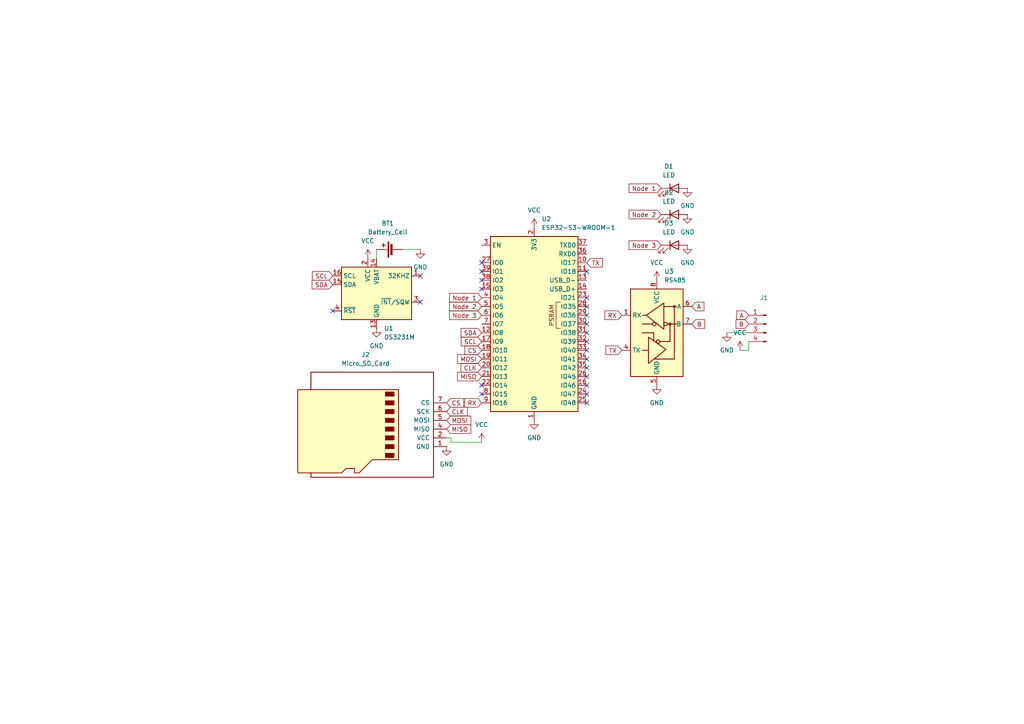
<source format=kicad_sch>
(kicad_sch
	(version 20250114)
	(generator "eeschema")
	(generator_version "9.0")
	(uuid "1dc5eb82-e9c4-47c1-a21b-4da16322cdab")
	(paper "A4")
	(lib_symbols
		(symbol "Connector:Conn_01x04_Pin"
			(pin_names
				(offset 1.016)
				(hide yes)
			)
			(exclude_from_sim no)
			(in_bom yes)
			(on_board yes)
			(property "Reference" "J"
				(at 0 5.08 0)
				(effects
					(font
						(size 1.27 1.27)
					)
				)
			)
			(property "Value" "Conn_01x04_Pin"
				(at 0 -7.62 0)
				(effects
					(font
						(size 1.27 1.27)
					)
				)
			)
			(property "Footprint" ""
				(at 0 0 0)
				(effects
					(font
						(size 1.27 1.27)
					)
					(hide yes)
				)
			)
			(property "Datasheet" "~"
				(at 0 0 0)
				(effects
					(font
						(size 1.27 1.27)
					)
					(hide yes)
				)
			)
			(property "Description" "Generic connector, single row, 01x04, script generated"
				(at 0 0 0)
				(effects
					(font
						(size 1.27 1.27)
					)
					(hide yes)
				)
			)
			(property "ki_locked" ""
				(at 0 0 0)
				(effects
					(font
						(size 1.27 1.27)
					)
				)
			)
			(property "ki_keywords" "connector"
				(at 0 0 0)
				(effects
					(font
						(size 1.27 1.27)
					)
					(hide yes)
				)
			)
			(property "ki_fp_filters" "Connector*:*_1x??_*"
				(at 0 0 0)
				(effects
					(font
						(size 1.27 1.27)
					)
					(hide yes)
				)
			)
			(symbol "Conn_01x04_Pin_1_1"
				(rectangle
					(start 0.8636 2.667)
					(end 0 2.413)
					(stroke
						(width 0.1524)
						(type default)
					)
					(fill
						(type outline)
					)
				)
				(rectangle
					(start 0.8636 0.127)
					(end 0 -0.127)
					(stroke
						(width 0.1524)
						(type default)
					)
					(fill
						(type outline)
					)
				)
				(rectangle
					(start 0.8636 -2.413)
					(end 0 -2.667)
					(stroke
						(width 0.1524)
						(type default)
					)
					(fill
						(type outline)
					)
				)
				(rectangle
					(start 0.8636 -4.953)
					(end 0 -5.207)
					(stroke
						(width 0.1524)
						(type default)
					)
					(fill
						(type outline)
					)
				)
				(polyline
					(pts
						(xy 1.27 2.54) (xy 0.8636 2.54)
					)
					(stroke
						(width 0.1524)
						(type default)
					)
					(fill
						(type none)
					)
				)
				(polyline
					(pts
						(xy 1.27 0) (xy 0.8636 0)
					)
					(stroke
						(width 0.1524)
						(type default)
					)
					(fill
						(type none)
					)
				)
				(polyline
					(pts
						(xy 1.27 -2.54) (xy 0.8636 -2.54)
					)
					(stroke
						(width 0.1524)
						(type default)
					)
					(fill
						(type none)
					)
				)
				(polyline
					(pts
						(xy 1.27 -5.08) (xy 0.8636 -5.08)
					)
					(stroke
						(width 0.1524)
						(type default)
					)
					(fill
						(type none)
					)
				)
				(pin passive line
					(at 5.08 2.54 180)
					(length 3.81)
					(name "Pin_1"
						(effects
							(font
								(size 1.27 1.27)
							)
						)
					)
					(number "1"
						(effects
							(font
								(size 1.27 1.27)
							)
						)
					)
				)
				(pin passive line
					(at 5.08 0 180)
					(length 3.81)
					(name "Pin_2"
						(effects
							(font
								(size 1.27 1.27)
							)
						)
					)
					(number "2"
						(effects
							(font
								(size 1.27 1.27)
							)
						)
					)
				)
				(pin passive line
					(at 5.08 -2.54 180)
					(length 3.81)
					(name "Pin_3"
						(effects
							(font
								(size 1.27 1.27)
							)
						)
					)
					(number "3"
						(effects
							(font
								(size 1.27 1.27)
							)
						)
					)
				)
				(pin passive line
					(at 5.08 -5.08 180)
					(length 3.81)
					(name "Pin_4"
						(effects
							(font
								(size 1.27 1.27)
							)
						)
					)
					(number "4"
						(effects
							(font
								(size 1.27 1.27)
							)
						)
					)
				)
			)
			(embedded_fonts no)
		)
		(symbol "Connector:Micro_SD_Card"
			(pin_names
				(offset 1.016)
			)
			(exclude_from_sim no)
			(in_bom yes)
			(on_board yes)
			(property "Reference" "J2"
				(at 0.635 -21.59 0)
				(effects
					(font
						(size 1.27 1.27)
					)
				)
			)
			(property "Value" "Micro_SD_Card"
				(at 0.635 -19.05 0)
				(effects
					(font
						(size 1.27 1.27)
					)
				)
			)
			(property "Footprint" ""
				(at 29.21 7.62 0)
				(effects
					(font
						(size 1.27 1.27)
					)
					(hide yes)
				)
			)
			(property "Datasheet" "https://www.we-online.com/components/products/datasheet/693072010801.pdf"
				(at 0 -21.844 0)
				(effects
					(font
						(size 1.27 1.27)
					)
					(hide yes)
				)
			)
			(property "Description" "Micro SD Card Socket"
				(at 0 0 0)
				(effects
					(font
						(size 1.27 1.27)
					)
					(hide yes)
				)
			)
			(property "ki_keywords" "connector SD microsd"
				(at 0 0 0)
				(effects
					(font
						(size 1.27 1.27)
					)
					(hide yes)
				)
			)
			(property "ki_fp_filters" "microSD*"
				(at 0 0 0)
				(effects
					(font
						(size 1.27 1.27)
					)
					(hide yes)
				)
			)
			(symbol "Micro_SD_Card_0_1"
				(polyline
					(pts
						(xy -8.89 -11.43) (xy -8.89 8.89) (xy -1.27 8.89) (xy 2.54 12.7) (xy 3.81 12.7) (xy 3.81 11.43)
						(xy 6.35 11.43) (xy 7.62 12.7) (xy 20.32 12.7) (xy 20.32 -11.43) (xy -8.89 -11.43)
					)
					(stroke
						(width 0.254)
						(type default)
					)
					(fill
						(type background)
					)
				)
				(rectangle
					(start -7.62 8.255)
					(end -5.08 6.985)
					(stroke
						(width 0)
						(type default)
					)
					(fill
						(type outline)
					)
				)
				(rectangle
					(start -7.62 5.715)
					(end -5.08 4.445)
					(stroke
						(width 0)
						(type default)
					)
					(fill
						(type outline)
					)
				)
				(rectangle
					(start -7.62 3.175)
					(end -5.08 1.905)
					(stroke
						(width 0)
						(type default)
					)
					(fill
						(type outline)
					)
				)
				(rectangle
					(start -7.62 0.635)
					(end -5.08 -0.635)
					(stroke
						(width 0)
						(type default)
					)
					(fill
						(type outline)
					)
				)
				(rectangle
					(start -7.62 -1.905)
					(end -5.08 -3.175)
					(stroke
						(width 0)
						(type default)
					)
					(fill
						(type outline)
					)
				)
				(rectangle
					(start -7.62 -4.445)
					(end -5.08 -5.715)
					(stroke
						(width 0)
						(type default)
					)
					(fill
						(type outline)
					)
				)
				(rectangle
					(start -7.62 -6.985)
					(end -5.08 -8.255)
					(stroke
						(width 0)
						(type default)
					)
					(fill
						(type outline)
					)
				)
				(rectangle
					(start -7.62 -9.525)
					(end -5.08 -10.795)
					(stroke
						(width 0)
						(type default)
					)
					(fill
						(type outline)
					)
				)
				(polyline
					(pts
						(xy 16.51 12.7) (xy 16.51 13.97) (xy -19.05 13.97) (xy -19.05 -16.51) (xy 16.51 -16.51) (xy 16.51 -11.43)
					)
					(stroke
						(width 0.254)
						(type default)
					)
					(fill
						(type none)
					)
				)
			)
			(symbol "Micro_SD_Card_1_1"
				(pin power_in line
					(at -22.86 5.08 0)
					(length 3.81)
					(name "GND"
						(effects
							(font
								(size 1.27 1.27)
							)
						)
					)
					(number "1"
						(effects
							(font
								(size 1.27 1.27)
							)
						)
					)
				)
				(pin power_in line
					(at -22.86 2.54 0)
					(length 3.81)
					(name "VCC"
						(effects
							(font
								(size 1.27 1.27)
							)
						)
					)
					(number "2"
						(effects
							(font
								(size 1.27 1.27)
							)
						)
					)
				)
				(pin input line
					(at -22.86 0 0)
					(length 3.81)
					(name "MISO"
						(effects
							(font
								(size 1.27 1.27)
							)
						)
					)
					(number "4"
						(effects
							(font
								(size 1.27 1.27)
							)
						)
					)
				)
				(pin input line
					(at -22.86 -2.54 0)
					(length 3.81)
					(name "MOSI"
						(effects
							(font
								(size 1.27 1.27)
							)
						)
					)
					(number "5"
						(effects
							(font
								(size 1.27 1.27)
							)
						)
					)
				)
				(pin input line
					(at -22.86 -5.08 0)
					(length 3.81)
					(name "SCK"
						(effects
							(font
								(size 1.27 1.27)
							)
						)
					)
					(number "6"
						(effects
							(font
								(size 1.27 1.27)
							)
						)
					)
				)
				(pin input line
					(at -22.86 -7.62 0)
					(length 3.81)
					(name "CS"
						(effects
							(font
								(size 1.27 1.27)
							)
						)
					)
					(number "7"
						(effects
							(font
								(size 1.27 1.27)
							)
						)
					)
				)
			)
			(embedded_fonts no)
		)
		(symbol "Device:Battery_Cell"
			(pin_numbers
				(hide yes)
			)
			(pin_names
				(offset 0)
				(hide yes)
			)
			(exclude_from_sim no)
			(in_bom yes)
			(on_board yes)
			(property "Reference" "BT"
				(at 2.54 2.54 0)
				(effects
					(font
						(size 1.27 1.27)
					)
					(justify left)
				)
			)
			(property "Value" "Battery_Cell"
				(at 2.54 0 0)
				(effects
					(font
						(size 1.27 1.27)
					)
					(justify left)
				)
			)
			(property "Footprint" ""
				(at 0 1.524 90)
				(effects
					(font
						(size 1.27 1.27)
					)
					(hide yes)
				)
			)
			(property "Datasheet" "~"
				(at 0 1.524 90)
				(effects
					(font
						(size 1.27 1.27)
					)
					(hide yes)
				)
			)
			(property "Description" "Single-cell battery"
				(at 0 0 0)
				(effects
					(font
						(size 1.27 1.27)
					)
					(hide yes)
				)
			)
			(property "ki_keywords" "battery cell"
				(at 0 0 0)
				(effects
					(font
						(size 1.27 1.27)
					)
					(hide yes)
				)
			)
			(symbol "Battery_Cell_0_1"
				(rectangle
					(start -2.286 1.778)
					(end 2.286 1.524)
					(stroke
						(width 0)
						(type default)
					)
					(fill
						(type outline)
					)
				)
				(rectangle
					(start -1.524 1.016)
					(end 1.524 0.508)
					(stroke
						(width 0)
						(type default)
					)
					(fill
						(type outline)
					)
				)
				(polyline
					(pts
						(xy 0 1.778) (xy 0 2.54)
					)
					(stroke
						(width 0)
						(type default)
					)
					(fill
						(type none)
					)
				)
				(polyline
					(pts
						(xy 0 0.762) (xy 0 0)
					)
					(stroke
						(width 0)
						(type default)
					)
					(fill
						(type none)
					)
				)
				(polyline
					(pts
						(xy 0.762 3.048) (xy 1.778 3.048)
					)
					(stroke
						(width 0.254)
						(type default)
					)
					(fill
						(type none)
					)
				)
				(polyline
					(pts
						(xy 1.27 3.556) (xy 1.27 2.54)
					)
					(stroke
						(width 0.254)
						(type default)
					)
					(fill
						(type none)
					)
				)
			)
			(symbol "Battery_Cell_1_1"
				(pin passive line
					(at 0 5.08 270)
					(length 2.54)
					(name "+"
						(effects
							(font
								(size 1.27 1.27)
							)
						)
					)
					(number "1"
						(effects
							(font
								(size 1.27 1.27)
							)
						)
					)
				)
				(pin passive line
					(at 0 -2.54 90)
					(length 2.54)
					(name "-"
						(effects
							(font
								(size 1.27 1.27)
							)
						)
					)
					(number "2"
						(effects
							(font
								(size 1.27 1.27)
							)
						)
					)
				)
			)
			(embedded_fonts no)
		)
		(symbol "Device:LED"
			(pin_numbers
				(hide yes)
			)
			(pin_names
				(offset 1.016)
				(hide yes)
			)
			(exclude_from_sim no)
			(in_bom yes)
			(on_board yes)
			(property "Reference" "D"
				(at 0 2.54 0)
				(effects
					(font
						(size 1.27 1.27)
					)
				)
			)
			(property "Value" "LED"
				(at 0 -2.54 0)
				(effects
					(font
						(size 1.27 1.27)
					)
				)
			)
			(property "Footprint" ""
				(at 0 0 0)
				(effects
					(font
						(size 1.27 1.27)
					)
					(hide yes)
				)
			)
			(property "Datasheet" "~"
				(at 0 0 0)
				(effects
					(font
						(size 1.27 1.27)
					)
					(hide yes)
				)
			)
			(property "Description" "Light emitting diode"
				(at 0 0 0)
				(effects
					(font
						(size 1.27 1.27)
					)
					(hide yes)
				)
			)
			(property "Sim.Pins" "1=K 2=A"
				(at 0 0 0)
				(effects
					(font
						(size 1.27 1.27)
					)
					(hide yes)
				)
			)
			(property "ki_keywords" "LED diode"
				(at 0 0 0)
				(effects
					(font
						(size 1.27 1.27)
					)
					(hide yes)
				)
			)
			(property "ki_fp_filters" "LED* LED_SMD:* LED_THT:*"
				(at 0 0 0)
				(effects
					(font
						(size 1.27 1.27)
					)
					(hide yes)
				)
			)
			(symbol "LED_0_1"
				(polyline
					(pts
						(xy -3.048 -0.762) (xy -4.572 -2.286) (xy -3.81 -2.286) (xy -4.572 -2.286) (xy -4.572 -1.524)
					)
					(stroke
						(width 0)
						(type default)
					)
					(fill
						(type none)
					)
				)
				(polyline
					(pts
						(xy -1.778 -0.762) (xy -3.302 -2.286) (xy -2.54 -2.286) (xy -3.302 -2.286) (xy -3.302 -1.524)
					)
					(stroke
						(width 0)
						(type default)
					)
					(fill
						(type none)
					)
				)
				(polyline
					(pts
						(xy -1.27 0) (xy 1.27 0)
					)
					(stroke
						(width 0)
						(type default)
					)
					(fill
						(type none)
					)
				)
				(polyline
					(pts
						(xy -1.27 -1.27) (xy -1.27 1.27)
					)
					(stroke
						(width 0.254)
						(type default)
					)
					(fill
						(type none)
					)
				)
				(polyline
					(pts
						(xy 1.27 -1.27) (xy 1.27 1.27) (xy -1.27 0) (xy 1.27 -1.27)
					)
					(stroke
						(width 0.254)
						(type default)
					)
					(fill
						(type none)
					)
				)
			)
			(symbol "LED_1_1"
				(pin passive line
					(at -3.81 0 0)
					(length 2.54)
					(name "K"
						(effects
							(font
								(size 1.27 1.27)
							)
						)
					)
					(number "1"
						(effects
							(font
								(size 1.27 1.27)
							)
						)
					)
				)
				(pin passive line
					(at 3.81 0 180)
					(length 2.54)
					(name "A"
						(effects
							(font
								(size 1.27 1.27)
							)
						)
					)
					(number "2"
						(effects
							(font
								(size 1.27 1.27)
							)
						)
					)
				)
			)
			(embedded_fonts no)
		)
		(symbol "Interface_UART:MAX3485"
			(exclude_from_sim no)
			(in_bom yes)
			(on_board yes)
			(property "Reference" "U3"
				(at 2.1433 17.78 0)
				(effects
					(font
						(size 1.27 1.27)
					)
					(justify left)
				)
			)
			(property "Value" "RS485"
				(at 2.1433 15.24 0)
				(effects
					(font
						(size 1.27 1.27)
					)
					(justify left)
				)
			)
			(property "Footprint" "Package_SO:SOIC-8_3.9x4.9mm_P1.27mm"
				(at 0 -22.86 0)
				(effects
					(font
						(size 1.27 1.27)
					)
					(hide yes)
				)
			)
			(property "Datasheet" "https://datasheets.maximintegrated.com/en/ds/MAX3483-MAX3491.pdf"
				(at 0 1.27 0)
				(effects
					(font
						(size 1.27 1.27)
					)
					(hide yes)
				)
			)
			(property "Description" "True RS-485/RS-422, 10Mbps, Slew-Rate Limited, with low-power shutdown, with receiver/driver enable, 32 receiver drive capacitity, DIP-8 and SOIC-8"
				(at 0 0 0)
				(effects
					(font
						(size 1.27 1.27)
					)
					(hide yes)
				)
			)
			(property "ki_keywords" "RS-485 RS-422 UART line-driver transceiver"
				(at 0 0 0)
				(effects
					(font
						(size 1.27 1.27)
					)
					(hide yes)
				)
			)
			(property "ki_fp_filters" "DIP*W7.62mm* SOIC*3.9x4.9mm*P1.27mm*"
				(at 0 0 0)
				(effects
					(font
						(size 1.27 1.27)
					)
					(hide yes)
				)
			)
			(symbol "MAX3485_0_1"
				(rectangle
					(start -7.62 12.7)
					(end 7.62 -12.7)
					(stroke
						(width 0.254)
						(type default)
					)
					(fill
						(type background)
					)
				)
				(polyline
					(pts
						(xy -4.191 2.54) (xy -1.27 2.54)
					)
					(stroke
						(width 0.254)
						(type default)
					)
					(fill
						(type none)
					)
				)
				(polyline
					(pts
						(xy -4.191 0) (xy -0.889 0) (xy -0.889 -2.286)
					)
					(stroke
						(width 0.254)
						(type default)
					)
					(fill
						(type none)
					)
				)
				(polyline
					(pts
						(xy -3.175 5.08) (xy -4.191 5.08) (xy -4.064 5.08)
					)
					(stroke
						(width 0.254)
						(type default)
					)
					(fill
						(type none)
					)
				)
				(polyline
					(pts
						(xy -2.54 -5.08) (xy -4.191 -5.08)
					)
					(stroke
						(width 0.254)
						(type default)
					)
					(fill
						(type none)
					)
				)
				(polyline
					(pts
						(xy -2.413 -5.08) (xy -2.413 -1.27) (xy 2.667 -4.826) (xy -2.413 -8.89) (xy -2.413 -5.08)
					)
					(stroke
						(width 0.254)
						(type default)
					)
					(fill
						(type none)
					)
				)
				(polyline
					(pts
						(xy -0.635 -7.62) (xy 5.08 -7.62)
					)
					(stroke
						(width 0.254)
						(type default)
					)
					(fill
						(type none)
					)
				)
				(circle
					(center 0.381 -2.54)
					(radius 0.508)
					(stroke
						(width 0.254)
						(type default)
					)
					(fill
						(type none)
					)
				)
				(polyline
					(pts
						(xy 0.889 -2.54) (xy 3.81 -2.54)
					)
					(stroke
						(width 0.254)
						(type default)
					)
					(fill
						(type none)
					)
				)
				(polyline
					(pts
						(xy 2.032 7.62) (xy 5.715 7.62)
					)
					(stroke
						(width 0.254)
						(type default)
					)
					(fill
						(type none)
					)
				)
				(polyline
					(pts
						(xy 3.048 2.54) (xy 5.715 2.54)
					)
					(stroke
						(width 0.254)
						(type default)
					)
					(fill
						(type none)
					)
				)
				(circle
					(center 3.81 2.54)
					(radius 0.2794)
					(stroke
						(width 0.254)
						(type default)
					)
					(fill
						(type outline)
					)
				)
				(polyline
					(pts
						(xy 3.81 -2.54) (xy 3.81 2.54)
					)
					(stroke
						(width 0.254)
						(type default)
					)
					(fill
						(type none)
					)
				)
				(polyline
					(pts
						(xy 5.08 -7.62) (xy 5.08 7.62)
					)
					(stroke
						(width 0.254)
						(type default)
					)
					(fill
						(type none)
					)
				)
			)
			(symbol "MAX3485_1_1"
				(circle
					(center -0.762 2.54)
					(radius 0.508)
					(stroke
						(width 0.254)
						(type default)
					)
					(fill
						(type none)
					)
				)
				(polyline
					(pts
						(xy 2.032 4.826) (xy 2.032 8.636) (xy -3.048 5.08) (xy 2.032 1.016) (xy 2.032 4.826)
					)
					(stroke
						(width 0.254)
						(type default)
					)
					(fill
						(type none)
					)
				)
				(circle
					(center 2.54 2.54)
					(radius 0.508)
					(stroke
						(width 0.254)
						(type default)
					)
					(fill
						(type none)
					)
				)
				(circle
					(center 5.08 7.62)
					(radius 0.2794)
					(stroke
						(width 0.254)
						(type default)
					)
					(fill
						(type outline)
					)
				)
				(pin output line
					(at -10.16 5.08 0)
					(length 2.54)
					(name "RX"
						(effects
							(font
								(size 1.27 1.27)
							)
						)
					)
					(number "1"
						(effects
							(font
								(size 1.27 1.27)
							)
						)
					)
				)
				(pin input line
					(at -10.16 -5.08 0)
					(length 2.54)
					(name "TX"
						(effects
							(font
								(size 1.27 1.27)
							)
						)
					)
					(number "4"
						(effects
							(font
								(size 1.27 1.27)
							)
						)
					)
				)
				(pin power_in line
					(at 0 15.24 270)
					(length 2.54)
					(name "VCC"
						(effects
							(font
								(size 1.27 1.27)
							)
						)
					)
					(number "8"
						(effects
							(font
								(size 1.27 1.27)
							)
						)
					)
				)
				(pin power_in line
					(at 0 -15.24 90)
					(length 2.54)
					(name "GND"
						(effects
							(font
								(size 1.27 1.27)
							)
						)
					)
					(number "5"
						(effects
							(font
								(size 1.27 1.27)
							)
						)
					)
				)
				(pin bidirectional line
					(at 10.16 7.62 180)
					(length 2.54)
					(name "A"
						(effects
							(font
								(size 1.27 1.27)
							)
						)
					)
					(number "6"
						(effects
							(font
								(size 1.27 1.27)
							)
						)
					)
				)
				(pin bidirectional line
					(at 10.16 2.54 180)
					(length 2.54)
					(name "B"
						(effects
							(font
								(size 1.27 1.27)
							)
						)
					)
					(number "7"
						(effects
							(font
								(size 1.27 1.27)
							)
						)
					)
				)
			)
			(embedded_fonts no)
		)
		(symbol "RF_Module:ESP32-S3-WROOM-1"
			(exclude_from_sim no)
			(in_bom yes)
			(on_board yes)
			(property "Reference" "U"
				(at -12.7 26.67 0)
				(effects
					(font
						(size 1.27 1.27)
					)
				)
			)
			(property "Value" "ESP32-S3-WROOM-1"
				(at 12.7 26.67 0)
				(effects
					(font
						(size 1.27 1.27)
					)
				)
			)
			(property "Footprint" "RF_Module:ESP32-S3-WROOM-1"
				(at 0 2.54 0)
				(effects
					(font
						(size 1.27 1.27)
					)
					(hide yes)
				)
			)
			(property "Datasheet" "https://www.espressif.com/sites/default/files/documentation/esp32-s3-wroom-1_wroom-1u_datasheet_en.pdf"
				(at 0 0 0)
				(effects
					(font
						(size 1.27 1.27)
					)
					(hide yes)
				)
			)
			(property "Description" "RF Module, ESP32-S3 SoC, Wi-Fi 802.11b/g/n, Bluetooth, BLE, 32-bit, 3.3V, onboard antenna, SMD"
				(at 0 0 0)
				(effects
					(font
						(size 1.27 1.27)
					)
					(hide yes)
				)
			)
			(property "ki_keywords" "RF Radio BT ESP ESP32-S3 Espressif onboard PCB antenna"
				(at 0 0 0)
				(effects
					(font
						(size 1.27 1.27)
					)
					(hide yes)
				)
			)
			(property "ki_fp_filters" "ESP32?S3?WROOM?1*"
				(at 0 0 0)
				(effects
					(font
						(size 1.27 1.27)
					)
					(hide yes)
				)
			)
			(symbol "ESP32-S3-WROOM-1_0_0"
				(rectangle
					(start -12.7 25.4)
					(end 12.7 -25.4)
					(stroke
						(width 0.254)
						(type default)
					)
					(fill
						(type background)
					)
				)
				(text "PSRAM"
					(at 5.08 2.54 900)
					(effects
						(font
							(size 1.27 1.27)
						)
					)
				)
			)
			(symbol "ESP32-S3-WROOM-1_0_1"
				(polyline
					(pts
						(xy 7.62 -1.27) (xy 6.35 -1.27) (xy 6.35 6.35) (xy 7.62 6.35)
					)
					(stroke
						(width 0)
						(type default)
					)
					(fill
						(type none)
					)
				)
			)
			(symbol "ESP32-S3-WROOM-1_1_1"
				(pin input line
					(at -15.24 22.86 0)
					(length 2.54)
					(name "EN"
						(effects
							(font
								(size 1.27 1.27)
							)
						)
					)
					(number "3"
						(effects
							(font
								(size 1.27 1.27)
							)
						)
					)
				)
				(pin bidirectional line
					(at -15.24 17.78 0)
					(length 2.54)
					(name "IO0"
						(effects
							(font
								(size 1.27 1.27)
							)
						)
					)
					(number "27"
						(effects
							(font
								(size 1.27 1.27)
							)
						)
					)
				)
				(pin bidirectional line
					(at -15.24 15.24 0)
					(length 2.54)
					(name "IO1"
						(effects
							(font
								(size 1.27 1.27)
							)
						)
					)
					(number "39"
						(effects
							(font
								(size 1.27 1.27)
							)
						)
					)
				)
				(pin bidirectional line
					(at -15.24 12.7 0)
					(length 2.54)
					(name "IO2"
						(effects
							(font
								(size 1.27 1.27)
							)
						)
					)
					(number "38"
						(effects
							(font
								(size 1.27 1.27)
							)
						)
					)
				)
				(pin bidirectional line
					(at -15.24 10.16 0)
					(length 2.54)
					(name "IO3"
						(effects
							(font
								(size 1.27 1.27)
							)
						)
					)
					(number "15"
						(effects
							(font
								(size 1.27 1.27)
							)
						)
					)
				)
				(pin bidirectional line
					(at -15.24 7.62 0)
					(length 2.54)
					(name "IO4"
						(effects
							(font
								(size 1.27 1.27)
							)
						)
					)
					(number "4"
						(effects
							(font
								(size 1.27 1.27)
							)
						)
					)
				)
				(pin bidirectional line
					(at -15.24 5.08 0)
					(length 2.54)
					(name "IO5"
						(effects
							(font
								(size 1.27 1.27)
							)
						)
					)
					(number "5"
						(effects
							(font
								(size 1.27 1.27)
							)
						)
					)
				)
				(pin bidirectional line
					(at -15.24 2.54 0)
					(length 2.54)
					(name "IO6"
						(effects
							(font
								(size 1.27 1.27)
							)
						)
					)
					(number "6"
						(effects
							(font
								(size 1.27 1.27)
							)
						)
					)
				)
				(pin bidirectional line
					(at -15.24 0 0)
					(length 2.54)
					(name "IO7"
						(effects
							(font
								(size 1.27 1.27)
							)
						)
					)
					(number "7"
						(effects
							(font
								(size 1.27 1.27)
							)
						)
					)
				)
				(pin bidirectional line
					(at -15.24 -2.54 0)
					(length 2.54)
					(name "IO8"
						(effects
							(font
								(size 1.27 1.27)
							)
						)
					)
					(number "12"
						(effects
							(font
								(size 1.27 1.27)
							)
						)
					)
				)
				(pin bidirectional line
					(at -15.24 -5.08 0)
					(length 2.54)
					(name "IO9"
						(effects
							(font
								(size 1.27 1.27)
							)
						)
					)
					(number "17"
						(effects
							(font
								(size 1.27 1.27)
							)
						)
					)
				)
				(pin bidirectional line
					(at -15.24 -7.62 0)
					(length 2.54)
					(name "IO10"
						(effects
							(font
								(size 1.27 1.27)
							)
						)
					)
					(number "18"
						(effects
							(font
								(size 1.27 1.27)
							)
						)
					)
				)
				(pin bidirectional line
					(at -15.24 -10.16 0)
					(length 2.54)
					(name "IO11"
						(effects
							(font
								(size 1.27 1.27)
							)
						)
					)
					(number "19"
						(effects
							(font
								(size 1.27 1.27)
							)
						)
					)
				)
				(pin bidirectional line
					(at -15.24 -12.7 0)
					(length 2.54)
					(name "IO12"
						(effects
							(font
								(size 1.27 1.27)
							)
						)
					)
					(number "20"
						(effects
							(font
								(size 1.27 1.27)
							)
						)
					)
				)
				(pin bidirectional line
					(at -15.24 -15.24 0)
					(length 2.54)
					(name "IO13"
						(effects
							(font
								(size 1.27 1.27)
							)
						)
					)
					(number "21"
						(effects
							(font
								(size 1.27 1.27)
							)
						)
					)
				)
				(pin bidirectional line
					(at -15.24 -17.78 0)
					(length 2.54)
					(name "IO14"
						(effects
							(font
								(size 1.27 1.27)
							)
						)
					)
					(number "22"
						(effects
							(font
								(size 1.27 1.27)
							)
						)
					)
				)
				(pin bidirectional line
					(at -15.24 -20.32 0)
					(length 2.54)
					(name "IO15"
						(effects
							(font
								(size 1.27 1.27)
							)
						)
					)
					(number "8"
						(effects
							(font
								(size 1.27 1.27)
							)
						)
					)
				)
				(pin bidirectional line
					(at -15.24 -22.86 0)
					(length 2.54)
					(name "IO16"
						(effects
							(font
								(size 1.27 1.27)
							)
						)
					)
					(number "9"
						(effects
							(font
								(size 1.27 1.27)
							)
						)
					)
				)
				(pin power_in line
					(at 0 27.94 270)
					(length 2.54)
					(name "3V3"
						(effects
							(font
								(size 1.27 1.27)
							)
						)
					)
					(number "2"
						(effects
							(font
								(size 1.27 1.27)
							)
						)
					)
				)
				(pin power_in line
					(at 0 -27.94 90)
					(length 2.54)
					(name "GND"
						(effects
							(font
								(size 1.27 1.27)
							)
						)
					)
					(number "1"
						(effects
							(font
								(size 1.27 1.27)
							)
						)
					)
				)
				(pin passive line
					(at 0 -27.94 90)
					(length 2.54)
					(hide yes)
					(name "GND"
						(effects
							(font
								(size 1.27 1.27)
							)
						)
					)
					(number "40"
						(effects
							(font
								(size 1.27 1.27)
							)
						)
					)
				)
				(pin passive line
					(at 0 -27.94 90)
					(length 2.54)
					(hide yes)
					(name "GND"
						(effects
							(font
								(size 1.27 1.27)
							)
						)
					)
					(number "41"
						(effects
							(font
								(size 1.27 1.27)
							)
						)
					)
				)
				(pin bidirectional line
					(at 15.24 22.86 180)
					(length 2.54)
					(name "TXD0"
						(effects
							(font
								(size 1.27 1.27)
							)
						)
					)
					(number "37"
						(effects
							(font
								(size 1.27 1.27)
							)
						)
					)
				)
				(pin bidirectional line
					(at 15.24 20.32 180)
					(length 2.54)
					(name "RXD0"
						(effects
							(font
								(size 1.27 1.27)
							)
						)
					)
					(number "36"
						(effects
							(font
								(size 1.27 1.27)
							)
						)
					)
				)
				(pin bidirectional line
					(at 15.24 17.78 180)
					(length 2.54)
					(name "IO17"
						(effects
							(font
								(size 1.27 1.27)
							)
						)
					)
					(number "10"
						(effects
							(font
								(size 1.27 1.27)
							)
						)
					)
				)
				(pin bidirectional line
					(at 15.24 15.24 180)
					(length 2.54)
					(name "IO18"
						(effects
							(font
								(size 1.27 1.27)
							)
						)
					)
					(number "11"
						(effects
							(font
								(size 1.27 1.27)
							)
						)
					)
				)
				(pin bidirectional line
					(at 15.24 12.7 180)
					(length 2.54)
					(name "USB_D-"
						(effects
							(font
								(size 1.27 1.27)
							)
						)
					)
					(number "13"
						(effects
							(font
								(size 1.27 1.27)
							)
						)
					)
					(alternate "IO19" bidirectional line)
				)
				(pin bidirectional line
					(at 15.24 10.16 180)
					(length 2.54)
					(name "USB_D+"
						(effects
							(font
								(size 1.27 1.27)
							)
						)
					)
					(number "14"
						(effects
							(font
								(size 1.27 1.27)
							)
						)
					)
					(alternate "IO20" bidirectional line)
				)
				(pin bidirectional line
					(at 15.24 7.62 180)
					(length 2.54)
					(name "IO21"
						(effects
							(font
								(size 1.27 1.27)
							)
						)
					)
					(number "23"
						(effects
							(font
								(size 1.27 1.27)
							)
						)
					)
				)
				(pin bidirectional line
					(at 15.24 5.08 180)
					(length 2.54)
					(name "IO35"
						(effects
							(font
								(size 1.27 1.27)
							)
						)
					)
					(number "28"
						(effects
							(font
								(size 1.27 1.27)
							)
						)
					)
				)
				(pin bidirectional line
					(at 15.24 2.54 180)
					(length 2.54)
					(name "IO36"
						(effects
							(font
								(size 1.27 1.27)
							)
						)
					)
					(number "29"
						(effects
							(font
								(size 1.27 1.27)
							)
						)
					)
				)
				(pin bidirectional line
					(at 15.24 0 180)
					(length 2.54)
					(name "IO37"
						(effects
							(font
								(size 1.27 1.27)
							)
						)
					)
					(number "30"
						(effects
							(font
								(size 1.27 1.27)
							)
						)
					)
				)
				(pin bidirectional line
					(at 15.24 -2.54 180)
					(length 2.54)
					(name "IO38"
						(effects
							(font
								(size 1.27 1.27)
							)
						)
					)
					(number "31"
						(effects
							(font
								(size 1.27 1.27)
							)
						)
					)
				)
				(pin bidirectional line
					(at 15.24 -5.08 180)
					(length 2.54)
					(name "IO39"
						(effects
							(font
								(size 1.27 1.27)
							)
						)
					)
					(number "32"
						(effects
							(font
								(size 1.27 1.27)
							)
						)
					)
				)
				(pin bidirectional line
					(at 15.24 -7.62 180)
					(length 2.54)
					(name "IO40"
						(effects
							(font
								(size 1.27 1.27)
							)
						)
					)
					(number "33"
						(effects
							(font
								(size 1.27 1.27)
							)
						)
					)
				)
				(pin bidirectional line
					(at 15.24 -10.16 180)
					(length 2.54)
					(name "IO41"
						(effects
							(font
								(size 1.27 1.27)
							)
						)
					)
					(number "34"
						(effects
							(font
								(size 1.27 1.27)
							)
						)
					)
				)
				(pin bidirectional line
					(at 15.24 -12.7 180)
					(length 2.54)
					(name "IO42"
						(effects
							(font
								(size 1.27 1.27)
							)
						)
					)
					(number "35"
						(effects
							(font
								(size 1.27 1.27)
							)
						)
					)
				)
				(pin bidirectional line
					(at 15.24 -15.24 180)
					(length 2.54)
					(name "IO45"
						(effects
							(font
								(size 1.27 1.27)
							)
						)
					)
					(number "26"
						(effects
							(font
								(size 1.27 1.27)
							)
						)
					)
				)
				(pin bidirectional line
					(at 15.24 -17.78 180)
					(length 2.54)
					(name "IO46"
						(effects
							(font
								(size 1.27 1.27)
							)
						)
					)
					(number "16"
						(effects
							(font
								(size 1.27 1.27)
							)
						)
					)
				)
				(pin bidirectional line
					(at 15.24 -20.32 180)
					(length 2.54)
					(name "IO47"
						(effects
							(font
								(size 1.27 1.27)
							)
						)
					)
					(number "24"
						(effects
							(font
								(size 1.27 1.27)
							)
						)
					)
				)
				(pin bidirectional line
					(at 15.24 -22.86 180)
					(length 2.54)
					(name "IO48"
						(effects
							(font
								(size 1.27 1.27)
							)
						)
					)
					(number "25"
						(effects
							(font
								(size 1.27 1.27)
							)
						)
					)
				)
			)
			(embedded_fonts no)
		)
		(symbol "Timer_RTC:DS3231M"
			(exclude_from_sim no)
			(in_bom yes)
			(on_board yes)
			(property "Reference" "U"
				(at -7.62 8.89 0)
				(effects
					(font
						(size 1.27 1.27)
					)
					(justify right)
				)
			)
			(property "Value" "DS3231M"
				(at 10.16 8.89 0)
				(effects
					(font
						(size 1.27 1.27)
					)
					(justify right)
				)
			)
			(property "Footprint" "Package_SO:SOIC-16W_7.5x10.3mm_P1.27mm"
				(at 0 -15.24 0)
				(effects
					(font
						(size 1.27 1.27)
					)
					(hide yes)
				)
			)
			(property "Datasheet" "http://datasheets.maximintegrated.com/en/ds/DS3231.pdf"
				(at 6.858 1.27 0)
				(effects
					(font
						(size 1.27 1.27)
					)
					(hide yes)
				)
			)
			(property "Description" "Extremely Accurate I2C-Integrated RTC/TCXO/Crystal SOIC-16"
				(at 0 0 0)
				(effects
					(font
						(size 1.27 1.27)
					)
					(hide yes)
				)
			)
			(property "ki_keywords" "RTC TCXO Realtime Time Clock Crystal Oscillator I2C"
				(at 0 0 0)
				(effects
					(font
						(size 1.27 1.27)
					)
					(hide yes)
				)
			)
			(property "ki_fp_filters" "SOIC*7.5x10.3mm*P1.27mm*"
				(at 0 0 0)
				(effects
					(font
						(size 1.27 1.27)
					)
					(hide yes)
				)
			)
			(symbol "DS3231M_0_1"
				(rectangle
					(start -10.16 7.62)
					(end 10.16 -7.62)
					(stroke
						(width 0.254)
						(type default)
					)
					(fill
						(type background)
					)
				)
			)
			(symbol "DS3231M_1_1"
				(pin input line
					(at -12.7 5.08 0)
					(length 2.54)
					(name "SCL"
						(effects
							(font
								(size 1.27 1.27)
							)
						)
					)
					(number "16"
						(effects
							(font
								(size 1.27 1.27)
							)
						)
					)
				)
				(pin bidirectional line
					(at -12.7 2.54 0)
					(length 2.54)
					(name "SDA"
						(effects
							(font
								(size 1.27 1.27)
							)
						)
					)
					(number "15"
						(effects
							(font
								(size 1.27 1.27)
							)
						)
					)
				)
				(pin bidirectional line
					(at -12.7 -5.08 0)
					(length 2.54)
					(name "~{RST}"
						(effects
							(font
								(size 1.27 1.27)
							)
						)
					)
					(number "4"
						(effects
							(font
								(size 1.27 1.27)
							)
						)
					)
				)
				(pin power_in line
					(at -2.54 10.16 270)
					(length 2.54)
					(name "VCC"
						(effects
							(font
								(size 1.27 1.27)
							)
						)
					)
					(number "2"
						(effects
							(font
								(size 1.27 1.27)
							)
						)
					)
				)
				(pin power_in line
					(at 0 10.16 270)
					(length 2.54)
					(name "VBAT"
						(effects
							(font
								(size 1.27 1.27)
							)
						)
					)
					(number "14"
						(effects
							(font
								(size 1.27 1.27)
							)
						)
					)
				)
				(pin passive line
					(at 0 -10.16 90)
					(length 2.54)
					(hide yes)
					(name "GND"
						(effects
							(font
								(size 1.27 1.27)
							)
						)
					)
					(number "10"
						(effects
							(font
								(size 1.27 1.27)
							)
						)
					)
				)
				(pin passive line
					(at 0 -10.16 90)
					(length 2.54)
					(hide yes)
					(name "GND"
						(effects
							(font
								(size 1.27 1.27)
							)
						)
					)
					(number "11"
						(effects
							(font
								(size 1.27 1.27)
							)
						)
					)
				)
				(pin passive line
					(at 0 -10.16 90)
					(length 2.54)
					(hide yes)
					(name "GND"
						(effects
							(font
								(size 1.27 1.27)
							)
						)
					)
					(number "12"
						(effects
							(font
								(size 1.27 1.27)
							)
						)
					)
				)
				(pin power_in line
					(at 0 -10.16 90)
					(length 2.54)
					(name "GND"
						(effects
							(font
								(size 1.27 1.27)
							)
						)
					)
					(number "13"
						(effects
							(font
								(size 1.27 1.27)
							)
						)
					)
				)
				(pin passive line
					(at 0 -10.16 90)
					(length 2.54)
					(hide yes)
					(name "GND"
						(effects
							(font
								(size 1.27 1.27)
							)
						)
					)
					(number "5"
						(effects
							(font
								(size 1.27 1.27)
							)
						)
					)
				)
				(pin passive line
					(at 0 -10.16 90)
					(length 2.54)
					(hide yes)
					(name "GND"
						(effects
							(font
								(size 1.27 1.27)
							)
						)
					)
					(number "6"
						(effects
							(font
								(size 1.27 1.27)
							)
						)
					)
				)
				(pin passive line
					(at 0 -10.16 90)
					(length 2.54)
					(hide yes)
					(name "GND"
						(effects
							(font
								(size 1.27 1.27)
							)
						)
					)
					(number "7"
						(effects
							(font
								(size 1.27 1.27)
							)
						)
					)
				)
				(pin passive line
					(at 0 -10.16 90)
					(length 2.54)
					(hide yes)
					(name "GND"
						(effects
							(font
								(size 1.27 1.27)
							)
						)
					)
					(number "8"
						(effects
							(font
								(size 1.27 1.27)
							)
						)
					)
				)
				(pin passive line
					(at 0 -10.16 90)
					(length 2.54)
					(hide yes)
					(name "GND"
						(effects
							(font
								(size 1.27 1.27)
							)
						)
					)
					(number "9"
						(effects
							(font
								(size 1.27 1.27)
							)
						)
					)
				)
				(pin open_collector line
					(at 12.7 5.08 180)
					(length 2.54)
					(name "32KHZ"
						(effects
							(font
								(size 1.27 1.27)
							)
						)
					)
					(number "1"
						(effects
							(font
								(size 1.27 1.27)
							)
						)
					)
				)
				(pin open_collector line
					(at 12.7 -2.54 180)
					(length 2.54)
					(name "~{INT}/SQW"
						(effects
							(font
								(size 1.27 1.27)
							)
						)
					)
					(number "3"
						(effects
							(font
								(size 1.27 1.27)
							)
						)
					)
				)
			)
			(embedded_fonts no)
		)
		(symbol "power:GND"
			(power)
			(pin_numbers
				(hide yes)
			)
			(pin_names
				(offset 0)
				(hide yes)
			)
			(exclude_from_sim no)
			(in_bom yes)
			(on_board yes)
			(property "Reference" "#PWR"
				(at 0 -6.35 0)
				(effects
					(font
						(size 1.27 1.27)
					)
					(hide yes)
				)
			)
			(property "Value" "GND"
				(at 0 -3.81 0)
				(effects
					(font
						(size 1.27 1.27)
					)
				)
			)
			(property "Footprint" ""
				(at 0 0 0)
				(effects
					(font
						(size 1.27 1.27)
					)
					(hide yes)
				)
			)
			(property "Datasheet" ""
				(at 0 0 0)
				(effects
					(font
						(size 1.27 1.27)
					)
					(hide yes)
				)
			)
			(property "Description" "Power symbol creates a global label with name \"GND\" , ground"
				(at 0 0 0)
				(effects
					(font
						(size 1.27 1.27)
					)
					(hide yes)
				)
			)
			(property "ki_keywords" "global power"
				(at 0 0 0)
				(effects
					(font
						(size 1.27 1.27)
					)
					(hide yes)
				)
			)
			(symbol "GND_0_1"
				(polyline
					(pts
						(xy 0 0) (xy 0 -1.27) (xy 1.27 -1.27) (xy 0 -2.54) (xy -1.27 -1.27) (xy 0 -1.27)
					)
					(stroke
						(width 0)
						(type default)
					)
					(fill
						(type none)
					)
				)
			)
			(symbol "GND_1_1"
				(pin power_in line
					(at 0 0 270)
					(length 0)
					(name "~"
						(effects
							(font
								(size 1.27 1.27)
							)
						)
					)
					(number "1"
						(effects
							(font
								(size 1.27 1.27)
							)
						)
					)
				)
			)
			(embedded_fonts no)
		)
		(symbol "power:VCC"
			(power)
			(pin_numbers
				(hide yes)
			)
			(pin_names
				(offset 0)
				(hide yes)
			)
			(exclude_from_sim no)
			(in_bom yes)
			(on_board yes)
			(property "Reference" "#PWR"
				(at 0 -3.81 0)
				(effects
					(font
						(size 1.27 1.27)
					)
					(hide yes)
				)
			)
			(property "Value" "VCC"
				(at 0 3.556 0)
				(effects
					(font
						(size 1.27 1.27)
					)
				)
			)
			(property "Footprint" ""
				(at 0 0 0)
				(effects
					(font
						(size 1.27 1.27)
					)
					(hide yes)
				)
			)
			(property "Datasheet" ""
				(at 0 0 0)
				(effects
					(font
						(size 1.27 1.27)
					)
					(hide yes)
				)
			)
			(property "Description" "Power symbol creates a global label with name \"VCC\""
				(at 0 0 0)
				(effects
					(font
						(size 1.27 1.27)
					)
					(hide yes)
				)
			)
			(property "ki_keywords" "global power"
				(at 0 0 0)
				(effects
					(font
						(size 1.27 1.27)
					)
					(hide yes)
				)
			)
			(symbol "VCC_0_1"
				(polyline
					(pts
						(xy -0.762 1.27) (xy 0 2.54)
					)
					(stroke
						(width 0)
						(type default)
					)
					(fill
						(type none)
					)
				)
				(polyline
					(pts
						(xy 0 2.54) (xy 0.762 1.27)
					)
					(stroke
						(width 0)
						(type default)
					)
					(fill
						(type none)
					)
				)
				(polyline
					(pts
						(xy 0 0) (xy 0 2.54)
					)
					(stroke
						(width 0)
						(type default)
					)
					(fill
						(type none)
					)
				)
			)
			(symbol "VCC_1_1"
				(pin power_in line
					(at 0 0 90)
					(length 0)
					(name "~"
						(effects
							(font
								(size 1.27 1.27)
							)
						)
					)
					(number "1"
						(effects
							(font
								(size 1.27 1.27)
							)
						)
					)
				)
			)
			(embedded_fonts no)
		)
	)
	(no_connect
		(at 170.18 93.98)
		(uuid "03ac76e7-342e-4cfe-9175-ea05d63f6e4e")
	)
	(no_connect
		(at 170.18 109.22)
		(uuid "04139b37-af1a-466f-8045-8702da8eb43e")
	)
	(no_connect
		(at 121.92 80.01)
		(uuid "077e86da-9f2e-475d-9557-301ea18d3526")
	)
	(no_connect
		(at 170.18 104.14)
		(uuid "0f8617b3-5c89-49ae-9bd9-349acc857280")
	)
	(no_connect
		(at 139.7 111.76)
		(uuid "1982eb6b-2818-48a9-a4d3-9d4e19cc586c")
	)
	(no_connect
		(at 170.18 78.74)
		(uuid "1b4e3485-da24-4b4d-8463-e20c004a4ff3")
	)
	(no_connect
		(at 170.18 101.6)
		(uuid "34631e6d-72a1-4fac-90ba-419340f5e511")
	)
	(no_connect
		(at 139.7 78.74)
		(uuid "36588f70-a0cd-47d3-8b4b-96dc4e96a799")
	)
	(no_connect
		(at 170.18 96.52)
		(uuid "3c481d73-9dd0-4a64-b70b-5cc6fcf2df5b")
	)
	(no_connect
		(at 170.18 99.06)
		(uuid "41e59429-ac74-4c54-820a-f61399466298")
	)
	(no_connect
		(at 96.52 90.17)
		(uuid "4f5242fb-35bb-42e7-9fd4-9fbd4f9a233c")
	)
	(no_connect
		(at 139.7 81.28)
		(uuid "52522f23-334a-45c2-b166-bdd06cd041e7")
	)
	(no_connect
		(at 121.92 87.63)
		(uuid "604a079d-6f1f-4bcb-a4d2-8d831ff3cbae")
	)
	(no_connect
		(at 139.7 76.2)
		(uuid "694c6065-4cce-47e6-86c3-0c3d6ac9fb6c")
	)
	(no_connect
		(at 170.18 114.3)
		(uuid "6b87dd7f-63d4-467d-893f-9b719246a5c9")
	)
	(no_connect
		(at 170.18 88.9)
		(uuid "8fb4dead-d074-4784-ac33-2f29e3ccd556")
	)
	(no_connect
		(at 170.18 91.44)
		(uuid "a29099e6-5be7-47c3-83df-0190cce61a9d")
	)
	(no_connect
		(at 170.18 86.36)
		(uuid "a67b5e99-76ca-4422-b1da-2228023e1d9c")
	)
	(no_connect
		(at 170.18 106.68)
		(uuid "ddfd7d70-f08c-44bf-9cda-d8110b765590")
	)
	(no_connect
		(at 170.18 111.76)
		(uuid "e321e388-8480-450d-809d-4e1dcc444ce9")
	)
	(no_connect
		(at 139.7 83.82)
		(uuid "ecd5e950-5108-4d8e-9c76-fd0968ee70c7")
	)
	(no_connect
		(at 170.18 116.84)
		(uuid "ef794b0d-9118-4963-927e-da659d25013b")
	)
	(no_connect
		(at 139.7 114.3)
		(uuid "fa8c27a2-3ac4-45e4-b6de-0ce6995c2fa0")
	)
	(wire
		(pts
			(xy 121.92 72.39) (xy 116.84 72.39)
		)
		(stroke
			(width 0)
			(type default)
		)
		(uuid "351b0f12-4983-4842-b9b2-66f2fc5a137b")
	)
	(wire
		(pts
			(xy 130.81 128.27) (xy 130.81 127)
		)
		(stroke
			(width 0)
			(type default)
		)
		(uuid "3931ec37-4764-475e-862e-64c2083a7bd0")
	)
	(wire
		(pts
			(xy 109.22 72.39) (xy 109.22 74.93)
		)
		(stroke
			(width 0)
			(type default)
		)
		(uuid "727a90e0-5f59-404c-a5a4-1461216ae62f")
	)
	(wire
		(pts
			(xy 217.17 101.6) (xy 217.17 99.06)
		)
		(stroke
			(width 0)
			(type default)
		)
		(uuid "8cfadb36-e9bd-4e76-bcb7-4f7c3c373cb3")
	)
	(wire
		(pts
			(xy 139.7 128.27) (xy 130.81 128.27)
		)
		(stroke
			(width 0)
			(type default)
		)
		(uuid "8e7d168e-e70d-41b2-894f-03ee8911896a")
	)
	(wire
		(pts
			(xy 130.81 127) (xy 129.54 127)
		)
		(stroke
			(width 0)
			(type default)
		)
		(uuid "9a938690-c8f5-4991-aa5c-3b6789f9a930")
	)
	(wire
		(pts
			(xy 210.82 96.52) (xy 217.17 96.52)
		)
		(stroke
			(width 0)
			(type default)
		)
		(uuid "bc2bd980-0f39-4edd-a534-ceb7176926f5")
	)
	(wire
		(pts
			(xy 214.63 101.6) (xy 217.17 101.6)
		)
		(stroke
			(width 0)
			(type default)
		)
		(uuid "fcd71f9b-0137-4d55-9c4f-4b5316e76481")
	)
	(global_label "B"
		(shape input)
		(at 217.17 93.98 180)
		(fields_autoplaced yes)
		(effects
			(font
				(size 1.27 1.27)
			)
			(justify right)
		)
		(uuid "018ce6f0-aa3d-400f-b0f3-002caeb36d3d")
		(property "Intersheetrefs" "${INTERSHEET_REFS}"
			(at 212.9148 93.98 0)
			(effects
				(font
					(size 1.27 1.27)
				)
				(justify right)
				(hide yes)
			)
		)
	)
	(global_label "B"
		(shape input)
		(at 200.66 93.98 0)
		(fields_autoplaced yes)
		(effects
			(font
				(size 1.27 1.27)
			)
			(justify left)
		)
		(uuid "0208a389-a3b6-4f7d-b832-048d89ae53d6")
		(property "Intersheetrefs" "${INTERSHEET_REFS}"
			(at 204.9152 93.98 0)
			(effects
				(font
					(size 1.27 1.27)
				)
				(justify left)
				(hide yes)
			)
		)
	)
	(global_label "MOSI"
		(shape input)
		(at 139.7 104.14 180)
		(fields_autoplaced yes)
		(effects
			(font
				(size 1.27 1.27)
			)
			(justify right)
		)
		(uuid "0d34c006-1928-4b91-8fac-19890b1879dd")
		(property "Intersheetrefs" "${INTERSHEET_REFS}"
			(at 132.1186 104.14 0)
			(effects
				(font
					(size 1.27 1.27)
				)
				(justify right)
				(hide yes)
			)
		)
	)
	(global_label "A"
		(shape input)
		(at 200.66 88.9 0)
		(fields_autoplaced yes)
		(effects
			(font
				(size 1.27 1.27)
			)
			(justify left)
		)
		(uuid "1193b7e4-e22b-47ee-baaf-ea20f8be3552")
		(property "Intersheetrefs" "${INTERSHEET_REFS}"
			(at 204.7338 88.9 0)
			(effects
				(font
					(size 1.27 1.27)
				)
				(justify left)
				(hide yes)
			)
		)
	)
	(global_label "A"
		(shape input)
		(at 217.17 91.44 180)
		(fields_autoplaced yes)
		(effects
			(font
				(size 1.27 1.27)
			)
			(justify right)
		)
		(uuid "23805ff9-9c62-46ea-9080-d3aa6bde7999")
		(property "Intersheetrefs" "${INTERSHEET_REFS}"
			(at 213.0962 91.44 0)
			(effects
				(font
					(size 1.27 1.27)
				)
				(justify right)
				(hide yes)
			)
		)
	)
	(global_label "Node 3"
		(shape input)
		(at 191.77 71.12 180)
		(fields_autoplaced yes)
		(effects
			(font
				(size 1.27 1.27)
			)
			(justify right)
		)
		(uuid "26cb3b73-b63b-4668-832b-d81f5f563c5d")
		(property "Intersheetrefs" "${INTERSHEET_REFS}"
			(at 181.8906 71.12 0)
			(effects
				(font
					(size 1.27 1.27)
				)
				(justify right)
				(hide yes)
			)
		)
	)
	(global_label "CLK"
		(shape input)
		(at 139.7 106.68 180)
		(fields_autoplaced yes)
		(effects
			(font
				(size 1.27 1.27)
			)
			(justify right)
		)
		(uuid "30d8b554-4f35-4b5c-b662-1c1f6ea02d70")
		(property "Intersheetrefs" "${INTERSHEET_REFS}"
			(at 133.1467 106.68 0)
			(effects
				(font
					(size 1.27 1.27)
				)
				(justify right)
				(hide yes)
			)
		)
	)
	(global_label "Node 2"
		(shape input)
		(at 191.77 62.23 180)
		(fields_autoplaced yes)
		(effects
			(font
				(size 1.27 1.27)
			)
			(justify right)
		)
		(uuid "3240f1f8-52e7-4fbb-b71d-a3c9eac93789")
		(property "Intersheetrefs" "${INTERSHEET_REFS}"
			(at 181.8906 62.23 0)
			(effects
				(font
					(size 1.27 1.27)
				)
				(justify right)
				(hide yes)
			)
		)
	)
	(global_label "RX"
		(shape input)
		(at 180.34 91.44 180)
		(fields_autoplaced yes)
		(effects
			(font
				(size 1.27 1.27)
			)
			(justify right)
		)
		(uuid "364afaec-4a20-4509-9f77-48f972d828b5")
		(property "Intersheetrefs" "${INTERSHEET_REFS}"
			(at 174.8753 91.44 0)
			(effects
				(font
					(size 1.27 1.27)
				)
				(justify right)
				(hide yes)
			)
		)
	)
	(global_label "Node 1"
		(shape input)
		(at 139.7 86.36 180)
		(fields_autoplaced yes)
		(effects
			(font
				(size 1.27 1.27)
			)
			(justify right)
		)
		(uuid "37db65d9-ad7e-4c64-8968-85752e1c6f0e")
		(property "Intersheetrefs" "${INTERSHEET_REFS}"
			(at 129.8206 86.36 0)
			(effects
				(font
					(size 1.27 1.27)
				)
				(justify right)
				(hide yes)
			)
		)
	)
	(global_label "Node 3"
		(shape input)
		(at 139.7 91.44 180)
		(fields_autoplaced yes)
		(effects
			(font
				(size 1.27 1.27)
			)
			(justify right)
		)
		(uuid "4171fe17-16c9-4c16-b4d9-db591a429945")
		(property "Intersheetrefs" "${INTERSHEET_REFS}"
			(at 129.8206 91.44 0)
			(effects
				(font
					(size 1.27 1.27)
				)
				(justify right)
				(hide yes)
			)
		)
	)
	(global_label "Node 1"
		(shape input)
		(at 191.77 54.61 180)
		(fields_autoplaced yes)
		(effects
			(font
				(size 1.27 1.27)
			)
			(justify right)
		)
		(uuid "4b111916-ca9c-4fa8-8817-f92ef6bac130")
		(property "Intersheetrefs" "${INTERSHEET_REFS}"
			(at 181.8906 54.61 0)
			(effects
				(font
					(size 1.27 1.27)
				)
				(justify right)
				(hide yes)
			)
		)
	)
	(global_label "RX"
		(shape input)
		(at 139.7 116.84 180)
		(fields_autoplaced yes)
		(effects
			(font
				(size 1.27 1.27)
			)
			(justify right)
		)
		(uuid "5b84dcbd-6392-4389-82d5-7972625bca4c")
		(property "Intersheetrefs" "${INTERSHEET_REFS}"
			(at 134.2353 116.84 0)
			(effects
				(font
					(size 1.27 1.27)
				)
				(justify right)
				(hide yes)
			)
		)
	)
	(global_label "MISO"
		(shape input)
		(at 129.54 124.46 0)
		(fields_autoplaced yes)
		(effects
			(font
				(size 1.27 1.27)
			)
			(justify left)
		)
		(uuid "6cbac575-0e89-4925-ac72-8a229cf87ec2")
		(property "Intersheetrefs" "${INTERSHEET_REFS}"
			(at 137.1214 124.46 0)
			(effects
				(font
					(size 1.27 1.27)
				)
				(justify left)
				(hide yes)
			)
		)
	)
	(global_label "CS"
		(shape input)
		(at 139.7 101.6 180)
		(fields_autoplaced yes)
		(effects
			(font
				(size 1.27 1.27)
			)
			(justify right)
		)
		(uuid "7f8c754e-2de6-4e14-8cb5-125993f0c816")
		(property "Intersheetrefs" "${INTERSHEET_REFS}"
			(at 134.2353 101.6 0)
			(effects
				(font
					(size 1.27 1.27)
				)
				(justify right)
				(hide yes)
			)
		)
	)
	(global_label "MOSI"
		(shape input)
		(at 129.54 121.92 0)
		(fields_autoplaced yes)
		(effects
			(font
				(size 1.27 1.27)
			)
			(justify left)
		)
		(uuid "8391f4f1-4178-41a2-9315-38000c75ee09")
		(property "Intersheetrefs" "${INTERSHEET_REFS}"
			(at 137.1214 121.92 0)
			(effects
				(font
					(size 1.27 1.27)
				)
				(justify left)
				(hide yes)
			)
		)
	)
	(global_label "TX"
		(shape input)
		(at 180.34 101.6 180)
		(fields_autoplaced yes)
		(effects
			(font
				(size 1.27 1.27)
			)
			(justify right)
		)
		(uuid "84357e8d-4b03-4822-b38a-e5b7056a3ff6")
		(property "Intersheetrefs" "${INTERSHEET_REFS}"
			(at 175.1777 101.6 0)
			(effects
				(font
					(size 1.27 1.27)
				)
				(justify right)
				(hide yes)
			)
		)
	)
	(global_label "SCL"
		(shape input)
		(at 139.7 99.06 180)
		(fields_autoplaced yes)
		(effects
			(font
				(size 1.27 1.27)
			)
			(justify right)
		)
		(uuid "872bde53-d85c-4b05-886a-1352850ce69f")
		(property "Intersheetrefs" "${INTERSHEET_REFS}"
			(at 133.2072 99.06 0)
			(effects
				(font
					(size 1.27 1.27)
				)
				(justify right)
				(hide yes)
			)
		)
	)
	(global_label "TX"
		(shape input)
		(at 170.18 76.2 0)
		(fields_autoplaced yes)
		(effects
			(font
				(size 1.27 1.27)
			)
			(justify left)
		)
		(uuid "a9b6e464-ff19-468c-ad2b-76b63f005574")
		(property "Intersheetrefs" "${INTERSHEET_REFS}"
			(at 175.3423 76.2 0)
			(effects
				(font
					(size 1.27 1.27)
				)
				(justify left)
				(hide yes)
			)
		)
	)
	(global_label "CLK"
		(shape input)
		(at 129.54 119.38 0)
		(fields_autoplaced yes)
		(effects
			(font
				(size 1.27 1.27)
			)
			(justify left)
		)
		(uuid "ae242159-aaf1-4248-abee-a5e3817cbda4")
		(property "Intersheetrefs" "${INTERSHEET_REFS}"
			(at 136.0933 119.38 0)
			(effects
				(font
					(size 1.27 1.27)
				)
				(justify left)
				(hide yes)
			)
		)
	)
	(global_label "CS"
		(shape input)
		(at 129.54 116.84 0)
		(fields_autoplaced yes)
		(effects
			(font
				(size 1.27 1.27)
			)
			(justify left)
		)
		(uuid "c109bb0c-60aa-4b74-90ff-445bfb31928a")
		(property "Intersheetrefs" "${INTERSHEET_REFS}"
			(at 135.0047 116.84 0)
			(effects
				(font
					(size 1.27 1.27)
				)
				(justify left)
				(hide yes)
			)
		)
	)
	(global_label "SCL"
		(shape input)
		(at 96.52 80.01 180)
		(fields_autoplaced yes)
		(effects
			(font
				(size 1.27 1.27)
			)
			(justify right)
		)
		(uuid "d29a712d-4bcb-48f5-bc24-a3c3082328ac")
		(property "Intersheetrefs" "${INTERSHEET_REFS}"
			(at 90.0272 80.01 0)
			(effects
				(font
					(size 1.27 1.27)
				)
				(justify right)
				(hide yes)
			)
		)
	)
	(global_label "SDA"
		(shape input)
		(at 96.52 82.55 180)
		(fields_autoplaced yes)
		(effects
			(font
				(size 1.27 1.27)
			)
			(justify right)
		)
		(uuid "d7945d4b-92e1-4aad-b4d9-efad84eff969")
		(property "Intersheetrefs" "${INTERSHEET_REFS}"
			(at 89.9667 82.55 0)
			(effects
				(font
					(size 1.27 1.27)
				)
				(justify right)
				(hide yes)
			)
		)
	)
	(global_label "Node 2"
		(shape input)
		(at 139.7 88.9 180)
		(fields_autoplaced yes)
		(effects
			(font
				(size 1.27 1.27)
			)
			(justify right)
		)
		(uuid "eb24e19e-449b-4ddf-8498-6a7831c7ea38")
		(property "Intersheetrefs" "${INTERSHEET_REFS}"
			(at 129.8206 88.9 0)
			(effects
				(font
					(size 1.27 1.27)
				)
				(justify right)
				(hide yes)
			)
		)
	)
	(global_label "SDA"
		(shape input)
		(at 139.7 96.52 180)
		(fields_autoplaced yes)
		(effects
			(font
				(size 1.27 1.27)
			)
			(justify right)
		)
		(uuid "f84fd1fd-0eb0-440d-aea6-a69d69f7c245")
		(property "Intersheetrefs" "${INTERSHEET_REFS}"
			(at 133.1467 96.52 0)
			(effects
				(font
					(size 1.27 1.27)
				)
				(justify right)
				(hide yes)
			)
		)
	)
	(global_label "MISO"
		(shape input)
		(at 139.7 109.22 180)
		(fields_autoplaced yes)
		(effects
			(font
				(size 1.27 1.27)
			)
			(justify right)
		)
		(uuid "fb2dda60-09ee-40a1-bbea-c93516940099")
		(property "Intersheetrefs" "${INTERSHEET_REFS}"
			(at 132.1186 109.22 0)
			(effects
				(font
					(size 1.27 1.27)
				)
				(justify right)
				(hide yes)
			)
		)
	)
	(symbol
		(lib_id "Timer_RTC:DS3231M")
		(at 109.22 85.09 0)
		(unit 1)
		(exclude_from_sim no)
		(in_bom yes)
		(on_board yes)
		(dnp no)
		(fields_autoplaced yes)
		(uuid "30186b74-b13e-4a92-931d-1a3a028df3be")
		(property "Reference" "U1"
			(at 111.3633 95.25 0)
			(effects
				(font
					(size 1.27 1.27)
				)
				(justify left)
			)
		)
		(property "Value" "DS3231M"
			(at 111.3633 97.79 0)
			(effects
				(font
					(size 1.27 1.27)
				)
				(justify left)
			)
		)
		(property "Footprint" "Package_SO:SOIC-16W_7.5x10.3mm_P1.27mm"
			(at 109.22 100.33 0)
			(effects
				(font
					(size 1.27 1.27)
				)
				(hide yes)
			)
		)
		(property "Datasheet" "http://datasheets.maximintegrated.com/en/ds/DS3231.pdf"
			(at 116.078 83.82 0)
			(effects
				(font
					(size 1.27 1.27)
				)
				(hide yes)
			)
		)
		(property "Description" "Extremely Accurate I2C-Integrated RTC/TCXO/Crystal SOIC-16"
			(at 109.22 85.09 0)
			(effects
				(font
					(size 1.27 1.27)
				)
				(hide yes)
			)
		)
		(pin "11"
			(uuid "7d0ceebd-8fae-4867-8a29-bd4b5ffab2d4")
		)
		(pin "5"
			(uuid "e0417650-8cab-43bd-9830-11799ed22357")
		)
		(pin "14"
			(uuid "3fd4023e-15d2-46e2-9299-9099ae0a4b50")
		)
		(pin "9"
			(uuid "3a8d1d30-0be8-4528-bd5b-4bca15374af5")
		)
		(pin "16"
			(uuid "10dee02b-0ea6-49ea-ae87-74916d68ac2c")
		)
		(pin "7"
			(uuid "10dfcd89-8640-4ade-8766-f72479e5b9e1")
		)
		(pin "15"
			(uuid "b6f0c331-ec48-4ceb-b463-117b8fd6f30b")
		)
		(pin "4"
			(uuid "a74dead8-d282-4458-90eb-3448a43b688f")
		)
		(pin "2"
			(uuid "33849614-03f6-4313-8109-e5ee73805c34")
		)
		(pin "10"
			(uuid "727ea4cc-9ca6-42cd-84be-7a2881a40680")
		)
		(pin "12"
			(uuid "4567026f-d3b2-4971-a323-808e773787e0")
		)
		(pin "13"
			(uuid "55ac887c-7420-4012-a1ef-1e1c574d5a63")
		)
		(pin "8"
			(uuid "26f30bc4-de6a-4325-a3b3-2ebe0f87ae62")
		)
		(pin "6"
			(uuid "9152474e-d8a0-4ee2-9ee8-b855b0c4d459")
		)
		(pin "1"
			(uuid "8ae8de9a-c633-47d5-95f8-eeffb0151466")
		)
		(pin "3"
			(uuid "b86ab82c-25c6-4af5-b692-d41f76fd3225")
		)
		(instances
			(project ""
				(path "/1dc5eb82-e9c4-47c1-a21b-4da16322cdab"
					(reference "U1")
					(unit 1)
				)
			)
		)
	)
	(symbol
		(lib_id "Connector:Conn_01x04_Pin")
		(at 222.25 93.98 0)
		(mirror y)
		(unit 1)
		(exclude_from_sim no)
		(in_bom yes)
		(on_board yes)
		(dnp no)
		(uuid "37a7b695-a5d0-4447-a4ba-ab638ab61f3a")
		(property "Reference" "J1"
			(at 221.615 86.36 0)
			(effects
				(font
					(size 1.27 1.27)
				)
			)
		)
		(property "Value" "Conn_01x04_Pin"
			(at 221.615 88.9 0)
			(effects
				(font
					(size 1.27 1.27)
				)
				(hide yes)
			)
		)
		(property "Footprint" ""
			(at 222.25 93.98 0)
			(effects
				(font
					(size 1.27 1.27)
				)
				(hide yes)
			)
		)
		(property "Datasheet" "~"
			(at 222.25 93.98 0)
			(effects
				(font
					(size 1.27 1.27)
				)
				(hide yes)
			)
		)
		(property "Description" "Generic connector, single row, 01x04, script generated"
			(at 222.25 93.98 0)
			(effects
				(font
					(size 1.27 1.27)
				)
				(hide yes)
			)
		)
		(pin "2"
			(uuid "2c42a1b9-7c54-423e-a42f-0ef752b9b14e")
		)
		(pin "4"
			(uuid "8f718b9d-162f-43fc-ace2-e94fdc72c9ed")
		)
		(pin "1"
			(uuid "5ea554ef-78b1-4960-9dfa-fdb7994dce01")
		)
		(pin "3"
			(uuid "40a3c3ba-3782-4c57-96a8-7a3836d57a0e")
		)
		(instances
			(project ""
				(path "/1dc5eb82-e9c4-47c1-a21b-4da16322cdab"
					(reference "J1")
					(unit 1)
				)
			)
		)
	)
	(symbol
		(lib_id "power:GND")
		(at 199.39 54.61 0)
		(unit 1)
		(exclude_from_sim no)
		(in_bom yes)
		(on_board yes)
		(dnp no)
		(fields_autoplaced yes)
		(uuid "43773d33-64ae-4bc8-9da9-85d803488063")
		(property "Reference" "#PWR011"
			(at 199.39 60.96 0)
			(effects
				(font
					(size 1.27 1.27)
				)
				(hide yes)
			)
		)
		(property "Value" "GND"
			(at 199.39 59.69 0)
			(effects
				(font
					(size 1.27 1.27)
				)
			)
		)
		(property "Footprint" ""
			(at 199.39 54.61 0)
			(effects
				(font
					(size 1.27 1.27)
				)
				(hide yes)
			)
		)
		(property "Datasheet" ""
			(at 199.39 54.61 0)
			(effects
				(font
					(size 1.27 1.27)
				)
				(hide yes)
			)
		)
		(property "Description" "Power symbol creates a global label with name \"GND\" , ground"
			(at 199.39 54.61 0)
			(effects
				(font
					(size 1.27 1.27)
				)
				(hide yes)
			)
		)
		(pin "1"
			(uuid "b98b4708-a891-4c13-b43d-eb9d2e6da87e")
		)
		(instances
			(project "ambas"
				(path "/1dc5eb82-e9c4-47c1-a21b-4da16322cdab"
					(reference "#PWR011")
					(unit 1)
				)
			)
		)
	)
	(symbol
		(lib_id "Interface_UART:MAX3485")
		(at 190.5 96.52 0)
		(unit 1)
		(exclude_from_sim no)
		(in_bom yes)
		(on_board yes)
		(dnp no)
		(fields_autoplaced yes)
		(uuid "4cfb6819-3418-4c9f-9f83-d177cae4e9f0")
		(property "Reference" "U3"
			(at 192.6433 78.74 0)
			(effects
				(font
					(size 1.27 1.27)
				)
				(justify left)
			)
		)
		(property "Value" "RS485"
			(at 192.6433 81.28 0)
			(effects
				(font
					(size 1.27 1.27)
				)
				(justify left)
			)
		)
		(property "Footprint" "Package_SO:SOIC-8_3.9x4.9mm_P1.27mm"
			(at 190.5 119.38 0)
			(effects
				(font
					(size 1.27 1.27)
				)
				(hide yes)
			)
		)
		(property "Datasheet" "https://datasheets.maximintegrated.com/en/ds/MAX3483-MAX3491.pdf"
			(at 190.5 95.25 0)
			(effects
				(font
					(size 1.27 1.27)
				)
				(hide yes)
			)
		)
		(property "Description" "True RS-485/RS-422, 10Mbps, Slew-Rate Limited, with low-power shutdown, with receiver/driver enable, 32 receiver drive capacitity, DIP-8 and SOIC-8"
			(at 190.5 96.52 0)
			(effects
				(font
					(size 1.27 1.27)
				)
				(hide yes)
			)
		)
		(pin "7"
			(uuid "58b81ce0-e7d8-4190-8f29-b2f373581def")
		)
		(pin "8"
			(uuid "0002fb97-86d5-42b2-8c59-564beb5d7b90")
		)
		(pin "1"
			(uuid "522a1c57-6ef2-45cf-9961-f6e2fd90ecf3")
		)
		(pin "4"
			(uuid "55512a73-f7be-43a2-99f8-57891cb4c542")
		)
		(pin "5"
			(uuid "19739728-87ad-4a0d-b256-e1d886883b47")
		)
		(pin "6"
			(uuid "acdd1e86-e630-439c-ba4a-e70486c3ea5f")
		)
		(instances
			(project ""
				(path "/1dc5eb82-e9c4-47c1-a21b-4da16322cdab"
					(reference "U3")
					(unit 1)
				)
			)
		)
	)
	(symbol
		(lib_id "power:GND")
		(at 190.5 111.76 0)
		(unit 1)
		(exclude_from_sim no)
		(in_bom yes)
		(on_board yes)
		(dnp no)
		(fields_autoplaced yes)
		(uuid "4f08da53-6302-4939-8690-69e376519aa8")
		(property "Reference" "#PWR06"
			(at 190.5 118.11 0)
			(effects
				(font
					(size 1.27 1.27)
				)
				(hide yes)
			)
		)
		(property "Value" "GND"
			(at 190.5 116.84 0)
			(effects
				(font
					(size 1.27 1.27)
				)
			)
		)
		(property "Footprint" ""
			(at 190.5 111.76 0)
			(effects
				(font
					(size 1.27 1.27)
				)
				(hide yes)
			)
		)
		(property "Datasheet" ""
			(at 190.5 111.76 0)
			(effects
				(font
					(size 1.27 1.27)
				)
				(hide yes)
			)
		)
		(property "Description" "Power symbol creates a global label with name \"GND\" , ground"
			(at 190.5 111.76 0)
			(effects
				(font
					(size 1.27 1.27)
				)
				(hide yes)
			)
		)
		(pin "1"
			(uuid "22d61814-18cf-4ccc-9e4c-207bc499b9de")
		)
		(instances
			(project "ambas"
				(path "/1dc5eb82-e9c4-47c1-a21b-4da16322cdab"
					(reference "#PWR06")
					(unit 1)
				)
			)
		)
	)
	(symbol
		(lib_id "power:VCC")
		(at 139.7 128.27 0)
		(unit 1)
		(exclude_from_sim no)
		(in_bom yes)
		(on_board yes)
		(dnp no)
		(fields_autoplaced yes)
		(uuid "68d4dcb2-6acc-4f97-a3c7-720b544d7a55")
		(property "Reference" "#PWR03"
			(at 139.7 132.08 0)
			(effects
				(font
					(size 1.27 1.27)
				)
				(hide yes)
			)
		)
		(property "Value" "VCC"
			(at 139.7 123.19 0)
			(effects
				(font
					(size 1.27 1.27)
				)
			)
		)
		(property "Footprint" ""
			(at 139.7 128.27 0)
			(effects
				(font
					(size 1.27 1.27)
				)
				(hide yes)
			)
		)
		(property "Datasheet" ""
			(at 139.7 128.27 0)
			(effects
				(font
					(size 1.27 1.27)
				)
				(hide yes)
			)
		)
		(property "Description" "Power symbol creates a global label with name \"VCC\""
			(at 139.7 128.27 0)
			(effects
				(font
					(size 1.27 1.27)
				)
				(hide yes)
			)
		)
		(pin "1"
			(uuid "399137f7-062b-46aa-8a87-2047bba688ac")
		)
		(instances
			(project "ambas"
				(path "/1dc5eb82-e9c4-47c1-a21b-4da16322cdab"
					(reference "#PWR03")
					(unit 1)
				)
			)
		)
	)
	(symbol
		(lib_id "power:GND")
		(at 154.94 121.92 0)
		(unit 1)
		(exclude_from_sim no)
		(in_bom yes)
		(on_board yes)
		(dnp no)
		(fields_autoplaced yes)
		(uuid "69725361-a07a-4d58-9dbd-2b4076aeb745")
		(property "Reference" "#PWR05"
			(at 154.94 128.27 0)
			(effects
				(font
					(size 1.27 1.27)
				)
				(hide yes)
			)
		)
		(property "Value" "GND"
			(at 154.94 127 0)
			(effects
				(font
					(size 1.27 1.27)
				)
			)
		)
		(property "Footprint" ""
			(at 154.94 121.92 0)
			(effects
				(font
					(size 1.27 1.27)
				)
				(hide yes)
			)
		)
		(property "Datasheet" ""
			(at 154.94 121.92 0)
			(effects
				(font
					(size 1.27 1.27)
				)
				(hide yes)
			)
		)
		(property "Description" "Power symbol creates a global label with name \"GND\" , ground"
			(at 154.94 121.92 0)
			(effects
				(font
					(size 1.27 1.27)
				)
				(hide yes)
			)
		)
		(pin "1"
			(uuid "3f4dead7-fd34-4e14-937d-2a8e8612da87")
		)
		(instances
			(project ""
				(path "/1dc5eb82-e9c4-47c1-a21b-4da16322cdab"
					(reference "#PWR05")
					(unit 1)
				)
			)
		)
	)
	(symbol
		(lib_id "power:GND")
		(at 109.22 95.25 0)
		(unit 1)
		(exclude_from_sim no)
		(in_bom yes)
		(on_board yes)
		(dnp no)
		(fields_autoplaced yes)
		(uuid "749e9330-05bd-488d-9398-4dd3fc6ee6ae")
		(property "Reference" "#PWR08"
			(at 109.22 101.6 0)
			(effects
				(font
					(size 1.27 1.27)
				)
				(hide yes)
			)
		)
		(property "Value" "GND"
			(at 109.22 100.33 0)
			(effects
				(font
					(size 1.27 1.27)
				)
			)
		)
		(property "Footprint" ""
			(at 109.22 95.25 0)
			(effects
				(font
					(size 1.27 1.27)
				)
				(hide yes)
			)
		)
		(property "Datasheet" ""
			(at 109.22 95.25 0)
			(effects
				(font
					(size 1.27 1.27)
				)
				(hide yes)
			)
		)
		(property "Description" "Power symbol creates a global label with name \"GND\" , ground"
			(at 109.22 95.25 0)
			(effects
				(font
					(size 1.27 1.27)
				)
				(hide yes)
			)
		)
		(pin "1"
			(uuid "05bb5e0e-78ec-4e31-9c06-9e7fbfb153df")
		)
		(instances
			(project "ambas"
				(path "/1dc5eb82-e9c4-47c1-a21b-4da16322cdab"
					(reference "#PWR08")
					(unit 1)
				)
			)
		)
	)
	(symbol
		(lib_id "power:GND")
		(at 129.54 129.54 0)
		(unit 1)
		(exclude_from_sim no)
		(in_bom yes)
		(on_board yes)
		(dnp no)
		(fields_autoplaced yes)
		(uuid "781a1d28-4298-4900-bda7-2aeed2b19d4d")
		(property "Reference" "#PWR07"
			(at 129.54 135.89 0)
			(effects
				(font
					(size 1.27 1.27)
				)
				(hide yes)
			)
		)
		(property "Value" "GND"
			(at 129.54 134.62 0)
			(effects
				(font
					(size 1.27 1.27)
				)
			)
		)
		(property "Footprint" ""
			(at 129.54 129.54 0)
			(effects
				(font
					(size 1.27 1.27)
				)
				(hide yes)
			)
		)
		(property "Datasheet" ""
			(at 129.54 129.54 0)
			(effects
				(font
					(size 1.27 1.27)
				)
				(hide yes)
			)
		)
		(property "Description" "Power symbol creates a global label with name \"GND\" , ground"
			(at 129.54 129.54 0)
			(effects
				(font
					(size 1.27 1.27)
				)
				(hide yes)
			)
		)
		(pin "1"
			(uuid "0afff398-cf26-4c5e-a51b-23316c4356e6")
		)
		(instances
			(project "ambas"
				(path "/1dc5eb82-e9c4-47c1-a21b-4da16322cdab"
					(reference "#PWR07")
					(unit 1)
				)
			)
		)
	)
	(symbol
		(lib_id "power:VCC")
		(at 106.68 74.93 0)
		(unit 1)
		(exclude_from_sim no)
		(in_bom yes)
		(on_board yes)
		(dnp no)
		(fields_autoplaced yes)
		(uuid "81aa3327-9e3c-431f-a9dc-9df444767935")
		(property "Reference" "#PWR02"
			(at 106.68 78.74 0)
			(effects
				(font
					(size 1.27 1.27)
				)
				(hide yes)
			)
		)
		(property "Value" "VCC"
			(at 106.68 69.85 0)
			(effects
				(font
					(size 1.27 1.27)
				)
			)
		)
		(property "Footprint" ""
			(at 106.68 74.93 0)
			(effects
				(font
					(size 1.27 1.27)
				)
				(hide yes)
			)
		)
		(property "Datasheet" ""
			(at 106.68 74.93 0)
			(effects
				(font
					(size 1.27 1.27)
				)
				(hide yes)
			)
		)
		(property "Description" "Power symbol creates a global label with name \"VCC\""
			(at 106.68 74.93 0)
			(effects
				(font
					(size 1.27 1.27)
				)
				(hide yes)
			)
		)
		(pin "1"
			(uuid "c6bcf8d9-1202-4e76-a909-be798e22c037")
		)
		(instances
			(project "ambas"
				(path "/1dc5eb82-e9c4-47c1-a21b-4da16322cdab"
					(reference "#PWR02")
					(unit 1)
				)
			)
		)
	)
	(symbol
		(lib_id "Device:LED")
		(at 195.58 71.12 0)
		(unit 1)
		(exclude_from_sim no)
		(in_bom yes)
		(on_board yes)
		(dnp no)
		(fields_autoplaced yes)
		(uuid "835332eb-6299-46c3-b5d8-2e55e7395eb1")
		(property "Reference" "D3"
			(at 193.9925 64.77 0)
			(effects
				(font
					(size 1.27 1.27)
				)
			)
		)
		(property "Value" "LED"
			(at 193.9925 67.31 0)
			(effects
				(font
					(size 1.27 1.27)
				)
			)
		)
		(property "Footprint" ""
			(at 195.58 71.12 0)
			(effects
				(font
					(size 1.27 1.27)
				)
				(hide yes)
			)
		)
		(property "Datasheet" "~"
			(at 195.58 71.12 0)
			(effects
				(font
					(size 1.27 1.27)
				)
				(hide yes)
			)
		)
		(property "Description" "Light emitting diode"
			(at 195.58 71.12 0)
			(effects
				(font
					(size 1.27 1.27)
				)
				(hide yes)
			)
		)
		(property "Sim.Pins" "1=K 2=A"
			(at 195.58 71.12 0)
			(effects
				(font
					(size 1.27 1.27)
				)
				(hide yes)
			)
		)
		(pin "1"
			(uuid "2d6e1464-9a7d-418a-b941-edacd1e64791")
		)
		(pin "2"
			(uuid "111f8e3d-3833-4deb-97d3-864bb66ef803")
		)
		(instances
			(project "ambas"
				(path "/1dc5eb82-e9c4-47c1-a21b-4da16322cdab"
					(reference "D3")
					(unit 1)
				)
			)
		)
	)
	(symbol
		(lib_id "Device:LED")
		(at 195.58 62.23 0)
		(unit 1)
		(exclude_from_sim no)
		(in_bom yes)
		(on_board yes)
		(dnp no)
		(fields_autoplaced yes)
		(uuid "88a546fb-ac58-47f0-8a31-a61a85f7dd21")
		(property "Reference" "D2"
			(at 193.9925 55.88 0)
			(effects
				(font
					(size 1.27 1.27)
				)
			)
		)
		(property "Value" "LED"
			(at 193.9925 58.42 0)
			(effects
				(font
					(size 1.27 1.27)
				)
			)
		)
		(property "Footprint" ""
			(at 195.58 62.23 0)
			(effects
				(font
					(size 1.27 1.27)
				)
				(hide yes)
			)
		)
		(property "Datasheet" "~"
			(at 195.58 62.23 0)
			(effects
				(font
					(size 1.27 1.27)
				)
				(hide yes)
			)
		)
		(property "Description" "Light emitting diode"
			(at 195.58 62.23 0)
			(effects
				(font
					(size 1.27 1.27)
				)
				(hide yes)
			)
		)
		(property "Sim.Pins" "1=K 2=A"
			(at 195.58 62.23 0)
			(effects
				(font
					(size 1.27 1.27)
				)
				(hide yes)
			)
		)
		(pin "1"
			(uuid "c3af697b-293a-4815-ac53-018fd01f5efc")
		)
		(pin "2"
			(uuid "0fa328d6-8fb3-4024-a258-68e36a8f9196")
		)
		(instances
			(project "ambas"
				(path "/1dc5eb82-e9c4-47c1-a21b-4da16322cdab"
					(reference "D2")
					(unit 1)
				)
			)
		)
	)
	(symbol
		(lib_id "power:GND")
		(at 199.39 62.23 0)
		(unit 1)
		(exclude_from_sim no)
		(in_bom yes)
		(on_board yes)
		(dnp no)
		(fields_autoplaced yes)
		(uuid "8ad2fdb8-eeda-4f6f-8e3e-aa5d9c227a46")
		(property "Reference" "#PWR012"
			(at 199.39 68.58 0)
			(effects
				(font
					(size 1.27 1.27)
				)
				(hide yes)
			)
		)
		(property "Value" "GND"
			(at 199.39 67.31 0)
			(effects
				(font
					(size 1.27 1.27)
				)
			)
		)
		(property "Footprint" ""
			(at 199.39 62.23 0)
			(effects
				(font
					(size 1.27 1.27)
				)
				(hide yes)
			)
		)
		(property "Datasheet" ""
			(at 199.39 62.23 0)
			(effects
				(font
					(size 1.27 1.27)
				)
				(hide yes)
			)
		)
		(property "Description" "Power symbol creates a global label with name \"GND\" , ground"
			(at 199.39 62.23 0)
			(effects
				(font
					(size 1.27 1.27)
				)
				(hide yes)
			)
		)
		(pin "1"
			(uuid "2d636cc9-7826-4f32-b02d-31db9401a1dd")
		)
		(instances
			(project "ambas"
				(path "/1dc5eb82-e9c4-47c1-a21b-4da16322cdab"
					(reference "#PWR012")
					(unit 1)
				)
			)
		)
	)
	(symbol
		(lib_id "Connector:Micro_SD_Card")
		(at 106.68 124.46 180)
		(unit 1)
		(exclude_from_sim no)
		(in_bom yes)
		(on_board yes)
		(dnp no)
		(fields_autoplaced yes)
		(uuid "93bc0832-c431-4f80-9ae7-e9594f086afb")
		(property "Reference" "J2"
			(at 106.045 102.87 0)
			(effects
				(font
					(size 1.27 1.27)
				)
			)
		)
		(property "Value" "Micro_SD_Card"
			(at 106.045 105.41 0)
			(effects
				(font
					(size 1.27 1.27)
				)
			)
		)
		(property "Footprint" ""
			(at 77.47 132.08 0)
			(effects
				(font
					(size 1.27 1.27)
				)
				(hide yes)
			)
		)
		(property "Datasheet" "https://www.we-online.com/components/products/datasheet/693072010801.pdf"
			(at 106.68 102.616 0)
			(effects
				(font
					(size 1.27 1.27)
				)
				(hide yes)
			)
		)
		(property "Description" "Micro SD Card Socket"
			(at 106.68 124.46 0)
			(effects
				(font
					(size 1.27 1.27)
				)
				(hide yes)
			)
		)
		(pin "5"
			(uuid "27aca969-bb73-4eea-9a4a-b7d792ca2955")
		)
		(pin "7"
			(uuid "d6467829-2184-4ad5-b631-78cd81a1675d")
		)
		(pin "4"
			(uuid "60c62a1a-f59c-4905-b449-2bee7051da16")
		)
		(pin "1"
			(uuid "1d0a3eb3-a457-4d66-9dcd-94bf8ef29096")
		)
		(pin "2"
			(uuid "9fea42cb-8830-4d42-9033-7a88e038a2ed")
		)
		(pin "6"
			(uuid "6417383e-8318-49f8-bae5-2eaa42d7d587")
		)
		(instances
			(project ""
				(path "/1dc5eb82-e9c4-47c1-a21b-4da16322cdab"
					(reference "J2")
					(unit 1)
				)
			)
		)
	)
	(symbol
		(lib_id "power:GND")
		(at 210.82 96.52 0)
		(unit 1)
		(exclude_from_sim no)
		(in_bom yes)
		(on_board yes)
		(dnp no)
		(fields_autoplaced yes)
		(uuid "a475defc-bc87-4548-a876-075dd074face")
		(property "Reference" "#PWR09"
			(at 210.82 102.87 0)
			(effects
				(font
					(size 1.27 1.27)
				)
				(hide yes)
			)
		)
		(property "Value" "GND"
			(at 210.82 101.6 0)
			(effects
				(font
					(size 1.27 1.27)
				)
			)
		)
		(property "Footprint" ""
			(at 210.82 96.52 0)
			(effects
				(font
					(size 1.27 1.27)
				)
				(hide yes)
			)
		)
		(property "Datasheet" ""
			(at 210.82 96.52 0)
			(effects
				(font
					(size 1.27 1.27)
				)
				(hide yes)
			)
		)
		(property "Description" "Power symbol creates a global label with name \"GND\" , ground"
			(at 210.82 96.52 0)
			(effects
				(font
					(size 1.27 1.27)
				)
				(hide yes)
			)
		)
		(pin "1"
			(uuid "4d779be7-c739-4951-9232-aee82052eaaa")
		)
		(instances
			(project "ambas"
				(path "/1dc5eb82-e9c4-47c1-a21b-4da16322cdab"
					(reference "#PWR09")
					(unit 1)
				)
			)
		)
	)
	(symbol
		(lib_id "power:GND")
		(at 199.39 71.12 0)
		(unit 1)
		(exclude_from_sim no)
		(in_bom yes)
		(on_board yes)
		(dnp no)
		(fields_autoplaced yes)
		(uuid "ac2cd507-a4ef-4d04-9d36-ad7dda46ddc9")
		(property "Reference" "#PWR013"
			(at 199.39 77.47 0)
			(effects
				(font
					(size 1.27 1.27)
				)
				(hide yes)
			)
		)
		(property "Value" "GND"
			(at 199.39 76.2 0)
			(effects
				(font
					(size 1.27 1.27)
				)
			)
		)
		(property "Footprint" ""
			(at 199.39 71.12 0)
			(effects
				(font
					(size 1.27 1.27)
				)
				(hide yes)
			)
		)
		(property "Datasheet" ""
			(at 199.39 71.12 0)
			(effects
				(font
					(size 1.27 1.27)
				)
				(hide yes)
			)
		)
		(property "Description" "Power symbol creates a global label with name \"GND\" , ground"
			(at 199.39 71.12 0)
			(effects
				(font
					(size 1.27 1.27)
				)
				(hide yes)
			)
		)
		(pin "1"
			(uuid "dce7a8f3-b237-4e4f-a4b2-fbdac2d968d6")
		)
		(instances
			(project "ambas"
				(path "/1dc5eb82-e9c4-47c1-a21b-4da16322cdab"
					(reference "#PWR013")
					(unit 1)
				)
			)
		)
	)
	(symbol
		(lib_id "Device:Battery_Cell")
		(at 114.3 72.39 90)
		(unit 1)
		(exclude_from_sim no)
		(in_bom yes)
		(on_board yes)
		(dnp no)
		(fields_autoplaced yes)
		(uuid "ae060410-70a8-42d0-afb5-1bd13cb26f57")
		(property "Reference" "BT1"
			(at 112.4585 64.77 90)
			(effects
				(font
					(size 1.27 1.27)
				)
			)
		)
		(property "Value" "Battery_Cell"
			(at 112.4585 67.31 90)
			(effects
				(font
					(size 1.27 1.27)
				)
			)
		)
		(property "Footprint" ""
			(at 112.776 72.39 90)
			(effects
				(font
					(size 1.27 1.27)
				)
				(hide yes)
			)
		)
		(property "Datasheet" "~"
			(at 112.776 72.39 90)
			(effects
				(font
					(size 1.27 1.27)
				)
				(hide yes)
			)
		)
		(property "Description" "Single-cell battery"
			(at 114.3 72.39 0)
			(effects
				(font
					(size 1.27 1.27)
				)
				(hide yes)
			)
		)
		(pin "1"
			(uuid "b0beab4f-a8e6-4819-9186-7493cc5ef9e7")
		)
		(pin "2"
			(uuid "137ccc86-0761-4cb4-9fe9-e3580208a121")
		)
		(instances
			(project ""
				(path "/1dc5eb82-e9c4-47c1-a21b-4da16322cdab"
					(reference "BT1")
					(unit 1)
				)
			)
		)
	)
	(symbol
		(lib_id "power:VCC")
		(at 214.63 101.6 0)
		(unit 1)
		(exclude_from_sim no)
		(in_bom yes)
		(on_board yes)
		(dnp no)
		(fields_autoplaced yes)
		(uuid "b3125072-ede8-47b8-a146-06cc6496c9fc")
		(property "Reference" "#PWR010"
			(at 214.63 105.41 0)
			(effects
				(font
					(size 1.27 1.27)
				)
				(hide yes)
			)
		)
		(property "Value" "VCC"
			(at 214.63 96.52 0)
			(effects
				(font
					(size 1.27 1.27)
				)
			)
		)
		(property "Footprint" ""
			(at 214.63 101.6 0)
			(effects
				(font
					(size 1.27 1.27)
				)
				(hide yes)
			)
		)
		(property "Datasheet" ""
			(at 214.63 101.6 0)
			(effects
				(font
					(size 1.27 1.27)
				)
				(hide yes)
			)
		)
		(property "Description" "Power symbol creates a global label with name \"VCC\""
			(at 214.63 101.6 0)
			(effects
				(font
					(size 1.27 1.27)
				)
				(hide yes)
			)
		)
		(pin "1"
			(uuid "b271bad0-abca-4504-9d1b-2964d0fe0282")
		)
		(instances
			(project "ambas"
				(path "/1dc5eb82-e9c4-47c1-a21b-4da16322cdab"
					(reference "#PWR010")
					(unit 1)
				)
			)
		)
	)
	(symbol
		(lib_id "power:GND")
		(at 121.92 72.39 0)
		(unit 1)
		(exclude_from_sim no)
		(in_bom yes)
		(on_board yes)
		(dnp no)
		(fields_autoplaced yes)
		(uuid "bdda548f-451f-4b5e-aee6-d55c2156fd00")
		(property "Reference" "#PWR014"
			(at 121.92 78.74 0)
			(effects
				(font
					(size 1.27 1.27)
				)
				(hide yes)
			)
		)
		(property "Value" "GND"
			(at 121.92 77.47 0)
			(effects
				(font
					(size 1.27 1.27)
				)
			)
		)
		(property "Footprint" ""
			(at 121.92 72.39 0)
			(effects
				(font
					(size 1.27 1.27)
				)
				(hide yes)
			)
		)
		(property "Datasheet" ""
			(at 121.92 72.39 0)
			(effects
				(font
					(size 1.27 1.27)
				)
				(hide yes)
			)
		)
		(property "Description" "Power symbol creates a global label with name \"GND\" , ground"
			(at 121.92 72.39 0)
			(effects
				(font
					(size 1.27 1.27)
				)
				(hide yes)
			)
		)
		(pin "1"
			(uuid "1f379f05-0728-4e3a-baa5-dd1df9b63270")
		)
		(instances
			(project "ambas"
				(path "/1dc5eb82-e9c4-47c1-a21b-4da16322cdab"
					(reference "#PWR014")
					(unit 1)
				)
			)
		)
	)
	(symbol
		(lib_id "Device:LED")
		(at 195.58 54.61 0)
		(unit 1)
		(exclude_from_sim no)
		(in_bom yes)
		(on_board yes)
		(dnp no)
		(fields_autoplaced yes)
		(uuid "d7c18b29-79bd-4ce3-a0c0-6d9398c566c2")
		(property "Reference" "D1"
			(at 193.9925 48.26 0)
			(effects
				(font
					(size 1.27 1.27)
				)
			)
		)
		(property "Value" "LED"
			(at 193.9925 50.8 0)
			(effects
				(font
					(size 1.27 1.27)
				)
			)
		)
		(property "Footprint" ""
			(at 195.58 54.61 0)
			(effects
				(font
					(size 1.27 1.27)
				)
				(hide yes)
			)
		)
		(property "Datasheet" "~"
			(at 195.58 54.61 0)
			(effects
				(font
					(size 1.27 1.27)
				)
				(hide yes)
			)
		)
		(property "Description" "Light emitting diode"
			(at 195.58 54.61 0)
			(effects
				(font
					(size 1.27 1.27)
				)
				(hide yes)
			)
		)
		(property "Sim.Pins" "1=K 2=A"
			(at 195.58 54.61 0)
			(effects
				(font
					(size 1.27 1.27)
				)
				(hide yes)
			)
		)
		(pin "1"
			(uuid "6d57d3bb-1a41-49a2-b4cb-0919158b419a")
		)
		(pin "2"
			(uuid "fe41b768-874f-4bb4-adee-661fcc298df9")
		)
		(instances
			(project ""
				(path "/1dc5eb82-e9c4-47c1-a21b-4da16322cdab"
					(reference "D1")
					(unit 1)
				)
			)
		)
	)
	(symbol
		(lib_id "power:VCC")
		(at 154.94 66.04 0)
		(unit 1)
		(exclude_from_sim no)
		(in_bom yes)
		(on_board yes)
		(dnp no)
		(fields_autoplaced yes)
		(uuid "e257019a-f99c-428e-bfd4-9b1396fff18f")
		(property "Reference" "#PWR01"
			(at 154.94 69.85 0)
			(effects
				(font
					(size 1.27 1.27)
				)
				(hide yes)
			)
		)
		(property "Value" "VCC"
			(at 154.94 60.96 0)
			(effects
				(font
					(size 1.27 1.27)
				)
			)
		)
		(property "Footprint" ""
			(at 154.94 66.04 0)
			(effects
				(font
					(size 1.27 1.27)
				)
				(hide yes)
			)
		)
		(property "Datasheet" ""
			(at 154.94 66.04 0)
			(effects
				(font
					(size 1.27 1.27)
				)
				(hide yes)
			)
		)
		(property "Description" "Power symbol creates a global label with name \"VCC\""
			(at 154.94 66.04 0)
			(effects
				(font
					(size 1.27 1.27)
				)
				(hide yes)
			)
		)
		(pin "1"
			(uuid "df0301f6-8c08-4daf-bf33-75d6c20d4980")
		)
		(instances
			(project ""
				(path "/1dc5eb82-e9c4-47c1-a21b-4da16322cdab"
					(reference "#PWR01")
					(unit 1)
				)
			)
		)
	)
	(symbol
		(lib_id "power:VCC")
		(at 190.5 81.28 0)
		(unit 1)
		(exclude_from_sim no)
		(in_bom yes)
		(on_board yes)
		(dnp no)
		(fields_autoplaced yes)
		(uuid "ef76ea9a-d4d5-4815-a41b-a631330e2636")
		(property "Reference" "#PWR04"
			(at 190.5 85.09 0)
			(effects
				(font
					(size 1.27 1.27)
				)
				(hide yes)
			)
		)
		(property "Value" "VCC"
			(at 190.5 76.2 0)
			(effects
				(font
					(size 1.27 1.27)
				)
			)
		)
		(property "Footprint" ""
			(at 190.5 81.28 0)
			(effects
				(font
					(size 1.27 1.27)
				)
				(hide yes)
			)
		)
		(property "Datasheet" ""
			(at 190.5 81.28 0)
			(effects
				(font
					(size 1.27 1.27)
				)
				(hide yes)
			)
		)
		(property "Description" "Power symbol creates a global label with name \"VCC\""
			(at 190.5 81.28 0)
			(effects
				(font
					(size 1.27 1.27)
				)
				(hide yes)
			)
		)
		(pin "1"
			(uuid "cd55ec6d-6d17-4745-80b7-9ba43bf641a9")
		)
		(instances
			(project "ambas"
				(path "/1dc5eb82-e9c4-47c1-a21b-4da16322cdab"
					(reference "#PWR04")
					(unit 1)
				)
			)
		)
	)
	(symbol
		(lib_id "RF_Module:ESP32-S3-WROOM-1")
		(at 154.94 93.98 0)
		(unit 1)
		(exclude_from_sim no)
		(in_bom yes)
		(on_board yes)
		(dnp no)
		(fields_autoplaced yes)
		(uuid "f5a44b29-4242-4c0c-bb14-5a4e45775285")
		(property "Reference" "U2"
			(at 157.0833 63.5 0)
			(effects
				(font
					(size 1.27 1.27)
				)
				(justify left)
			)
		)
		(property "Value" "ESP32-S3-WROOM-1"
			(at 157.0833 66.04 0)
			(effects
				(font
					(size 1.27 1.27)
				)
				(justify left)
			)
		)
		(property "Footprint" "RF_Module:ESP32-S3-WROOM-1"
			(at 154.94 91.44 0)
			(effects
				(font
					(size 1.27 1.27)
				)
				(hide yes)
			)
		)
		(property "Datasheet" "https://www.espressif.com/sites/default/files/documentation/esp32-s3-wroom-1_wroom-1u_datasheet_en.pdf"
			(at 154.94 93.98 0)
			(effects
				(font
					(size 1.27 1.27)
				)
				(hide yes)
			)
		)
		(property "Description" "RF Module, ESP32-S3 SoC, Wi-Fi 802.11b/g/n, Bluetooth, BLE, 32-bit, 3.3V, onboard antenna, SMD"
			(at 154.94 93.98 0)
			(effects
				(font
					(size 1.27 1.27)
				)
				(hide yes)
			)
		)
		(pin "39"
			(uuid "d088d2aa-57e4-4882-8669-19a7014e5676")
		)
		(pin "3"
			(uuid "4a1e07a7-86ce-4960-9e40-c44c6e9b7cc1")
		)
		(pin "27"
			(uuid "60b8cdaa-f3a7-419c-8de2-2a2323d0464b")
		)
		(pin "17"
			(uuid "df529f0a-df29-458a-a641-63fe626a5101")
		)
		(pin "21"
			(uuid "741336eb-72f5-4ad3-834d-e46ce4c8484b")
		)
		(pin "38"
			(uuid "f5f04071-98d6-4862-9e7e-69ab58d9c394")
		)
		(pin "15"
			(uuid "f527a697-01ce-44fb-8e38-6b55f4467eb0")
		)
		(pin "6"
			(uuid "5eb305d3-bc9f-4eb5-a5ca-9705065a974d")
		)
		(pin "7"
			(uuid "4e91ec5e-5e0f-42f8-9b96-9c88ea0936d6")
		)
		(pin "18"
			(uuid "fe765f5c-415c-4c74-a1f1-1c7a71e022ae")
		)
		(pin "19"
			(uuid "2e68649f-073e-4990-91ec-0e1187a608c2")
		)
		(pin "20"
			(uuid "a18b77f0-c49f-4f8f-bfa0-0b665d8f2f00")
		)
		(pin "4"
			(uuid "14c469af-1554-4292-9d4e-7a43ef728a38")
		)
		(pin "12"
			(uuid "c37336d8-bf9c-4cb6-9a5c-b3dbac1e7659")
		)
		(pin "5"
			(uuid "234a8289-bc53-49b4-a3ee-a79b3ec6084f")
		)
		(pin "9"
			(uuid "1b048f97-1bed-45e4-9abe-3f4ab02aa1a4")
		)
		(pin "34"
			(uuid "6c9184a2-b0f8-4469-afd0-244961e61ec9")
		)
		(pin "36"
			(uuid "989308dd-3366-4319-962c-7c2b5b5b3d58")
		)
		(pin "40"
			(uuid "088d380e-dffa-4a35-a7e4-ea2abf9c59ae")
		)
		(pin "30"
			(uuid "188644b5-a930-4c42-bbfc-dbf643fbb5a0")
		)
		(pin "8"
			(uuid "fb822c20-f05a-40c6-b0c2-6bff903bf1b6")
		)
		(pin "1"
			(uuid "093ae43a-8f7f-44c7-b6dc-cd2dd18a20f7")
		)
		(pin "41"
			(uuid "c83a6942-9fbe-499c-ae83-344bbc47f661")
		)
		(pin "32"
			(uuid "e36543d7-ccb3-4e5f-9a8a-d15da3ffc2a8")
		)
		(pin "22"
			(uuid "63b708aa-342f-4c24-8b9e-bf1df2984e71")
		)
		(pin "23"
			(uuid "f081895a-9a25-44cf-a1aa-b703cd52bdfd")
		)
		(pin "28"
			(uuid "6c26816f-6f7c-4f66-bc56-84405aff2a90")
		)
		(pin "37"
			(uuid "e9bef618-8190-473c-b8fe-04ded0b415e6")
		)
		(pin "14"
			(uuid "b555a8ca-3525-4ad8-8964-a841101e47ad")
		)
		(pin "11"
			(uuid "e07e2be9-e256-458a-bc2a-f03103f411e6")
		)
		(pin "31"
			(uuid "600b7449-0f45-4b5a-b3df-faf51633a902")
		)
		(pin "2"
			(uuid "cdaba572-3fd9-4dec-a96f-8f0bf90b8664")
		)
		(pin "13"
			(uuid "7fe9756c-2fb2-4104-96d8-187aacc043f9")
		)
		(pin "33"
			(uuid "9db3e29a-88fd-4f26-bd20-ccc71dca674b")
		)
		(pin "10"
			(uuid "a99fabe7-a061-46bd-80e2-a6fc49f44a40")
		)
		(pin "29"
			(uuid "7abe1561-d26e-4153-ab83-5b3c3c34022b")
		)
		(pin "26"
			(uuid "f151b1fc-38fd-40c0-a12f-c40a8201f970")
		)
		(pin "24"
			(uuid "a93aac97-6f23-4706-9585-73d379725510")
		)
		(pin "35"
			(uuid "aefaa935-a5e3-4b70-b5ce-69bfcbe94dd8")
		)
		(pin "16"
			(uuid "5d338450-75b0-43d8-a528-f9952ae1a3ef")
		)
		(pin "25"
			(uuid "337144fc-3b61-473d-aac2-bd9aae3d047f")
		)
		(instances
			(project ""
				(path "/1dc5eb82-e9c4-47c1-a21b-4da16322cdab"
					(reference "U2")
					(unit 1)
				)
			)
		)
	)
	(sheet_instances
		(path "/"
			(page "1")
		)
	)
	(embedded_fonts no)
)

</source>
